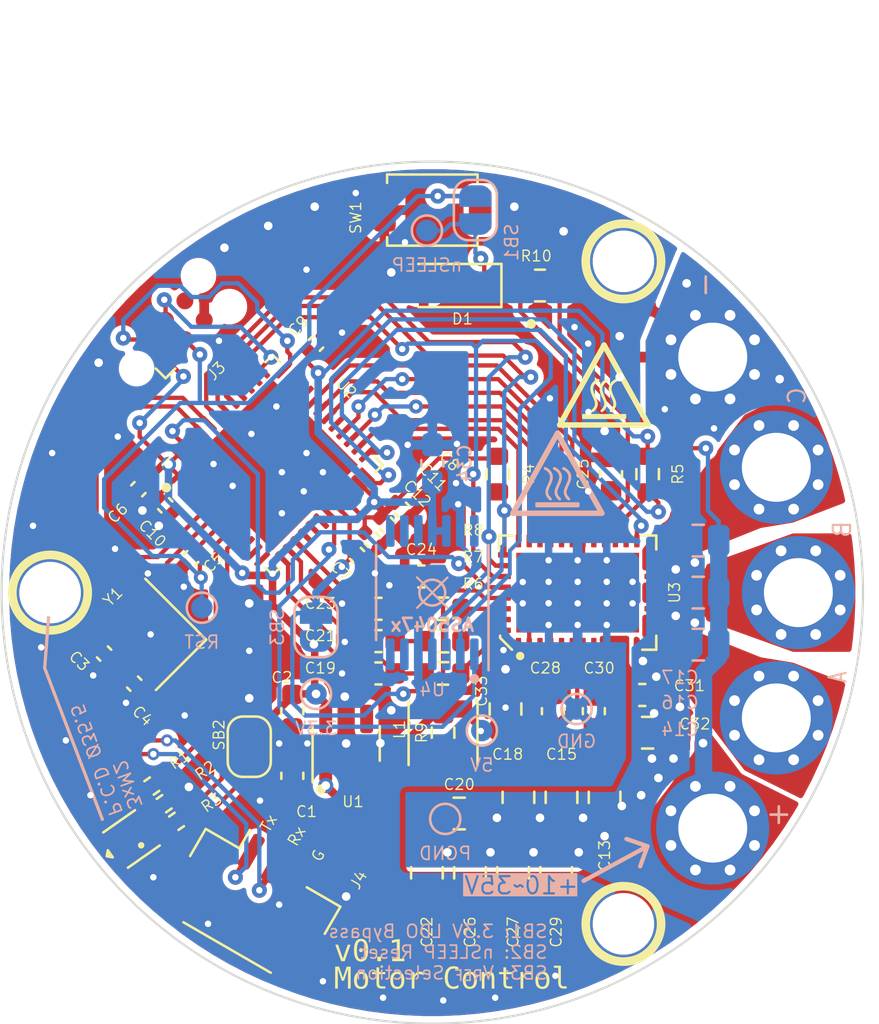
<source format=kicad_pcb>
(kicad_pcb (version 20241229) (generator "pcbnew") (generator_version "9.0")
  (title_block (title "Motor Control") (date "2025-11-29") (rev "0.1") (comment 1 "BLDC motor controller/driver") (comment 2 "Open source hardware, CERN-OHL-P v2") (comment 3 "Modified version of https://github.com/ziteh/moco"))
  (layers (0 "F.Cu" signal) (2 "B.Cu" signal) (13 "F.Paste" user) (15 "B.Paste" user) (5 "F.SilkS" user "F.Silkscreen") (7 "B.SilkS" user "B.Silkscreen") (1 "F.Mask" user) (3 "B.Mask" user) (25 "Edge.Cuts" user))
  (net 0 "")
  (net 1 "Vdrive")
  (net 2 "GND")
  (net 3 "/Driver/AVDD")
  (net 4 "GNDPWR")
  (net 5 "/Driver/V_{REF}")
  (net 6 "+5V")
  (net 7 "+3.3V")
  (net 8 "/Driver/SOA")
  (net 9 "/Driver/SOB")
  (net 10 "/Driver/SOC")
  (net 11 "/~{RESET}")
  (net 12 "/MCU/OSC_IN")
  (net 13 "/MCU/OSC_OUT")
  (net 14 "/Driver/OUTA")
  (net 15 "/Driver/OUTB")
  (net 16 "/Driver/OUTC")
  (net 17 "/UART2_TX")
  (net 18 "/UART2_RX")
  (net 19 "/UART1_TX")
  (net 20 "/SWCLK")
  (net 21 "/UART1_RX")
  (net 22 "/SWDIO")
  (net 23 "Net-(LD1-BK)")
  (net 24 "Net-(LD1-GK)")
  (net 25 "Net-(LD1-RK)")
  (net 26 "/USER_LED1")
  (net 27 "/Driver/~{FAULT}")
  (net 28 "/ Rotary Sensor/MISO")
  (net 29 "/Driver/~{SLEEP}")
  (net 30 "/USER_LED2")
  (net 32 "/Driver/DRVOFF")
  (net 33 "/Driver/INHA")
  (net 34 "/Driver/INLA")
  (net 35 "/Driver/INHB")
  (net 36 "/Driver/INLB")
  (net 37 "/Driver/INHC")
  (net 38 "/Driver/INLC")
  (net 39 "/ Rotary Sensor/MOSI")
  (net 40 "/ Rotary Sensor/SCLK")
  (net 41 "/Driver/~{CS}")
  (net 42 "/ Rotary Sensor/~{CS}")
  (net 43 "/BOOT0")
  (net 44 "/ Rotary Sensor/B")
  (net 45 "/ Rotary Sensor/A")
  (net 46 "/ Rotary Sensor/W{slash}PWM")
  (net 47 "/ Rotary Sensor/V")
  (net 48 "/ Rotary Sensor/U")
  (net 49 "/ Rotary Sensor/I{slash}PWM")
  (net 50 "Net-(U3-CPH)")
  (net 51 "Net-(U3-CP)")
  (net 63 "Net-(U3-CPL)")
  (net 64 "Net-(U3-SW_BK)")
  (net 65 "Net-(U3-SOA)")
  (net 66 "Net-(U3-SOB)")
  (net 67 "Net-(U3-SOC)")
  (net 71 "/MCU/USB_DP")
  (net 72 "/MCU/USB_DM")
  (footprint "Capacitor_SMD:C_0603_1608Metric" (layer "F.Cu") (at 143.5 108.5 90)
    (property "Reference" "C1")
    (property "Value" "1uF")
  )
  (footprint "Connector:Tag-Connect_TC2030-IDC-NL_2x03_P1.27mm_Vertical" (layer "F.Cu") (at 138.062 87.808 45)
    (property "Reference" "J3")
    (property "Value" "Conn_ARM_SWD_TagConnect_TC2030-NL" (hide yes))
  )
  (footprint "Capacitor_SMD:C_0603_1608Metric" (layer "F.Cu") (at 147.5 103.75 180)
    (property "Reference" "C19")
    (property "Value" "22pF")
  )
  (footprint "Resistor_SMD:R_0603_1608Metric" (layer "F.Cu") (at 150.5 102.25)
    (property "Reference" "R7")
    (property "Value" "330R")
  )
  (footprint "Capacitor_SMD:C_0603_1608Metric" (layer "F.Cu") (at 157.5 105.5 90)
    (property "Reference" "C30")
    (property "Value" "1uF/16V")
  )
  (footprint "Capacitor_SMD:C_0402_1005Metric" (layer "F.Cu") (at 148.6 96.15 -45)
    (property "Reference" "C8")
    (property "Value" "100nF")
  )
  (footprint "Capacitor_SMD:C_0805_2012Metric" (layer "F.Cu") (at 160 106.5 180)
    (property "Reference" "C32")
    (property "Value" "10uF/50V")
  )
  (footprint "moco:wire_3.2mm" (layer "F.Cu") (at 165.9748 94.1857)
    (property "Reference" "J8" (hide yes))
    (property "Value" "C")
  )
  (footprint "Capacitor_SMD:C_0402_1005Metric" (layer "F.Cu") (at 144.6 88.45 45)
    (property "Reference" "C9")
    (property "Value" "100nF")
  )
  (footprint "Capacitor_SMD:C_0603_1608Metric" (layer "F.Cu") (at 143.5 105.5 -90)
    (property "Reference" "C2")
    (property "Value" "1uF")
  )
  (footprint "moco:wire_3.2mm" (layer "F.Cu") (at 165.9748 105.8143)
    (property "Reference" "J6" (hide yes))
    (property "Value" "A")
  )
  (footprint "Resistor_SMD:R_0402_1005Metric" (layer "F.Cu") (at 138.1215 110.6128 35)
    (property "Reference" "R3")
    (property "Value" "1k")
  )
  (footprint "Resistor_SMD:R_0603_1608Metric" (layer "F.Cu") (at 153.048 94.5 -90)
    (property "Reference" "R4")
    (property "Value" "5.1k")
  )
  (footprint "Button_Switch_SMD:SW_SPST_TS-1088-xR020" (layer "F.Cu") (at 150 82.25)
    (property "Reference" "SW1")
    (property "Value" "RESET")
  )
  (footprint "Capacitor_SMD:C_0805_2012Metric" (layer "F.Cu") (at 149.75 113 90)
    (property "Reference" "C22")
    (property "Value" "10uF/50V")
  )
  (footprint "Resistor_SMD:R_0603_1608Metric" (layer "F.Cu") (at 160 94.5 -90)
    (property "Reference" "R5")
    (property "Value" "5.1k")
  )
  (footprint "Connector_JST:JST_GH_SM03B-GHS-TB_1x03-1MP_P1.25mm_Horizontal" (layer "F.Cu") (at 141.75 114.25 -30)
    (property "Reference" "J4")
    (property "Value" "Serial" (hide yes))
  )
  (footprint "Capacitor_SMD:C_0805_2012Metric" (layer "F.Cu") (at 153.75 113 90)
    (property "Reference" "C27")
    (property "Value" "10uF/50V")
  )
  (footprint "Capacitor_SMD:C_0402_1005Metric" (layer "F.Cu") (at 138.8 98.4 -135)
    (property "Reference" "C5")
    (property "Value" "100nF")
  )
  (footprint "NetTie:NetTie-2_SMD_Pad0.5mm" (layer "F.Cu") (at 160.033 89.0726 180)
    (property "Reference" "NT2" (hide yes))
    (property "Value" "NetTie_2" (hide yes))
  )
  (footprint "Capacitor_SMD:C_0402_1005Metric" (layer "F.Cu") (at 147.9 96.85 -45)
    (property "Reference" "C11")
    (property "Value" "10nF")
  )
  (footprint "Capacitor_SMD:C_0805_2012Metric" (layer "F.Cu") (at 154 109.5 -90)
    (property "Reference" "C18")
    (property "Value" "10uF/50V")
  )
  (footprint "Capacitor_SMD:C_0805_2012Metric" (layer "F.Cu") (at 156 109.5 -90)
    (property "Reference" "C15")
    (property "Value" "10uF/50V")
  )
  (footprint "Resistor_SMD:R_0402_1005Metric" (layer "F.Cu") (at 137.5479 109.7937 35)
    (property "Reference" "R2")
    (property "Value" "1k")
  )
  (footprint "Capacitor_SMD:C_0402_1005Metric" (layer "F.Cu") (at 136.157 104.224959 -45)
    (property "Reference" "C4")
    (property "Value" "12pF")
  )
  (footprint "Capacitor_SMD:C_0603_1608Metric" (layer "F.Cu") (at 147.5 102.25 180)
    (property "Reference" "C21")
    (property "Value" "22pF")
  )
  (footprint "Capacitor_SMD:C_0603_1608Metric" (layer "F.Cu") (at 158.3 94.5 -90)
    (property "Reference" "C25")
    (property "Value" "1uF/6.3V")
  )
  (footprint "Capacitor_SMD:C_0603_1608Metric" (layer "F.Cu") (at 149.492 99.25 180)
    (property "Reference" "C24")
    (property "Value" "100nF/6.3V")
  )
  (footprint "Capacitor_SMD:C_0402_1005Metric" (layer "F.Cu") (at 146.5 98.25 -45)
    (property "Reference" "C7")
    (property "Value" "100nF")
  )
  (footprint "Package_TO_SOT_SMD:SOT-23-5" (layer "F.Cu") (at 146 107 90)
    (property "Reference" "U1")
    (property "Value" "RT9013-33GB")
  )
  (footprint "Jumper:SolderJumper-2_P1.3mm_Open_RoundedPad1.0x1.5mm" (layer "F.Cu") (at 141.5 107.15 90)
    (property "Reference" "SB2")
    (property "Value" "SolderJumper_2_Open")
  )
  (footprint "Capacitor_SMD:C_0805_2012Metric" (layer "F.Cu") (at 155.75 113 90)
    (property "Reference" "C29")
    (property "Value" "10uF/50V")
  )
  (footprint "Capacitor_SMD:C_0805_2012Metric" (layer "F.Cu") (at 151.75 113 90)
    (property "Reference" "C26")
    (property "Value" "10uF/50V")
  )
  (footprint "Package_DFN_QFN:QFN-48-1EP_7x7mm_P0.5mm_EP5.6x5.6mm" (layer "F.Cu") (at 142.5861 94.0748 45)
    (property "Reference" "U2")
    (property "Value" "STM32G431CBUx")
  )
  (footprint "moco:RGB LED 1.6x1.6mm" (layer "F.Cu") (at 136.03 111.43 -145)
    (property "Reference" "LD1" (hide yes))
    (property "Value" "LED_BAGR" (hide yes))
  )
  (footprint "Capacitor_SMD:C_0402_1005Metric" (layer "F.Cu") (at 147.2 97.55 -45)
    (property "Reference" "C12")
    (property "Value" "1uF")
  )
  (footprint "MountingHole:MountingHole_2.2mm_M2_ISO14580" (layer "F.Cu") (at 158.875 84.628 120)
    (property "Reference" "H2" (hide yes))
    (property "Value" "MountingHole" (hide yes))
  )
  (footprint "MountingHole:MountingHole_2.2mm_M2_ISO14580" (layer "F.Cu") (at 158.875 115.372 -120)
    (property "Reference" "H3" (hide yes))
    (property "Value" "MountingHole" (hide yes))
  )
  (footprint "Inductor_SMD:L_Taiyo-Yuden_MD-3030" (layer "F.Cu") (at 150.5 106.5 90)
    (property "Reference" "L1")
    (property "Value" "47uH")
  )
  (footprint "Capacitor_SMD:C_0402_1005Metric" (layer "F.Cu") (at 134.76 102.827959 135)
    (property "Reference" "C3")
    (property "Value" "12pF")
  )
  (footprint "Resistor_SMD:R_0402_1005Metric" (layer "F.Cu") (at 136.9743 108.9745 35)
    (property "Reference" "R1")
    (property "Value" "1k")
  )
  (footprint "moco:VQFN-40_RGF_5x7mm_0.5mm_pitch_thermalpad" (layer "F.Cu") (at 156.75 100 90)
    (property "Reference" "U3")
    (property "Value" "DRV8316CR")
  )
  (footprint "NetTie:NetTie-2_SMD_Pad0.5mm" (layer "F.Cu") (at 160.668 87.173 150)
    (property "Reference" "NT1" (hide yes))
    (property "Value" "NetTie_2" (hide yes))
  )
  (footprint "Capacitor_SMD:C_0603_1608Metric" (layer "F.Cu") (at 155.6 105.5 -90)
    (property "Reference" "C28")
    (property "Value" "47nF/50V")
  )
  (footprint "Capacitor_SMD:C_0603_1608Metric" (layer "F.Cu") (at 147.5 100.75 180)
    (property "Reference" "C23")
    (property "Value" "22pF")
  )
  (footprint "Crystal:Crystal_SMD_3225-4Pin_3.2x2.5mm" (layer "F.Cu") (at 136.919 101.938959 135)
    (property "Reference" "Y1")
    (property "Value" "16MHz")
  )
  (footprint "Capacitor_SMD:C_0805_2012Metric" (layer "F.Cu") (at 151.25 110.25)
    (property "Reference" "C20")
    (property "Value" "10uF/50V")
  )
  (footprint "Diode_SMD:D_SOD-123F" (layer "F.Cu") (at 151 85.75 180)
    (property "Reference" "D1")
    (property "Value" "BZT52Bxx")
  )
  (footprint "Capacitor_SMD:C_0805_2012Metric" (layer "F.Cu") (at 153.4 105.4 -90)
    (property "Reference" "C33")
    (property "Value" "22uF/16V")
  )
  (footprint "moco:wire_3.2mm" (layer "F.Cu") (at 167 100)
    (property "Reference" "J7" (hide yes))
    (property "Value" "B")
  )
  (footprint "MountingHole:MountingHole_2.2mm_M2_ISO14580" (layer "F.Cu") (at 132.25 100)
    (property "Reference" "H1" (hide yes))
    (property "Value" "MountingHole" (hide yes))
  )
  (footprint "Resistor_SMD:R_0603_1608Metric" (layer "F.Cu") (at 150.5 103.75)
    (property "Reference" "R6")
    (property "Value" "330R")
  )
  (footprint "Resistor_SMD:R_0805_2012Metric" (layer "F.Cu") (at 155 85.75 180)
    (property "Reference" "R10")
    (property "Value" "22k")
  )
  (footprint "Capacitor_SMD:C_0805_2012Metric" (layer "F.Cu") (at 158 109.5 -90)
    (property "Reference" "C13")
    (property "Value" "10uF/50V")
  )
  (footprint "moco:wire_3.2mm" (layer "F.Cu") (at 163.0228 110.9274)
    (property "Reference" "J1" (hide yes))
    (property "Value" "V+")
  )
  (footprint "Capacitor_SMD:C_0402_1005Metric" (layer "F.Cu") (at 136.35 95.2 -135)
    (property "Reference" "C6")
    (property "Value" "100nF")
  )
  (footprint "Resistor_SMD:R_0603_1608Metric" (layer "F.Cu") (at 150.5 100.75)
    (property "Reference" "R8")
    (property "Value" "330R")
  )
  (footprint "Capacitor_SMD:C_0603_1608Metric" (layer "F.Cu") (at 159.75 104.75 180)
    (property "Reference" "C31")
    (property "Value" "100nF/50V")
  )
  (footprint "Capacitor_SMD:C_0402_1005Metric" (layer "F.Cu") (at 137.6 95.95 -45)
    (property "Reference" "C10")
    (property "Value" "100nF")
  )
  (footprint "moco:wire_3.2mm" (layer "F.Cu") (at 163.0228 89.0726)
    (property "Reference" "J2" (hide yes))
    (property "Value" "V-")
  )
  (footprint "Resistor_SMD:R_0603_1608Metric" (layer "F.Cu") (at 150.5 106.5 90)
    (property "Reference" "R9")
    (property "Value" "22R")
  )
  (footprint "TestPoint:TestPoint_Pad_D1.0mm" (layer "B.Cu") (at 152.3 106.4 180)
    (property "Reference" "TP5" (hide yes))
    (property "Value" "V_{BK}")
  )
  (footprint "TestPoint:TestPoint_Pad_D1.0mm" (layer "B.Cu") (at 150.6 110.5 180)
    (property "Reference" "TP4" (hide yes))
    (property "Value" "PGND")
  )
  (footprint "TestPoint:TestPoint_Pad_D1.0mm" (layer "B.Cu") (at 139.3 100.7 180)
    (property "Reference" "TP2" (hide yes))
    (property "Value" "~{RESET}")
  )
  (footprint "Capacitor_SMD:C_0805_2012Metric" (layer "B.Cu") (at 162.35 100 180)
    (property "Reference" "C16")
    (property "Value" "10uF/50V")
  )
  (footprint "Jumper:SolderJumper-2_P1.3mm_Open_RoundedPad1.0x1.5mm" (layer "B.Cu") (at 152 82.25 90)
    (property "Reference" "SB1")
    (property "Value" "SolderJumper_2_Open")
  )
  (footprint "Capacitor_SMD:C_0805_2012Metric" (layer "B.Cu") (at 162.35 102.413 180)
    (property "Reference" "C14")
    (property "Value" "10uF/50V")
  )
  (footprint "Package_SO:TSSOP-14_4.4x5mm_P0.65mm" (layer "B.Cu") (at 150 100 90)
    (property "Reference" "U4")
    (property "Value" "AS5047x")
  )
  (footprint "TestPoint:TestPoint_Pad_D1.0mm" (layer "B.Cu") (at 149.75 83.2 180)
    (property "Reference" "TP6" (hide yes))
    (property "Value" "nSLEEP")
  )
  (footprint "TestPoint:TestPoint_Pad_D1.0mm" (layer "B.Cu") (at 156.7 105.4 180)
    (property "Reference" "TP1" (hide yes))
    (property "Value" "GND")
  )
  (footprint "Capacitor_SMD:C_0603_1608Metric_Pad1.08x0.95mm_HandSolder" (layer "B.Cu") (at 150 94 -90)
    (property "Reference" "C34")
    (property "Value" "100nF")
  )
  (footprint "Capacitor_SMD:C_0805_2012Metric" (layer "B.Cu") (at 162.35 97.587 180)
    (property "Reference" "C17")
    (property "Value" "10uF/50V")
  )
  (footprint "Jumper:SolderJumper-2_P1.3mm_Bridged_RoundedPad1.0x1.5mm" (layer "B.Cu") (at 144.6 101.6 -90)
    (property "Reference" "SB3")
    (property "Value" "SolderJumper_2_Bridged")
  )
  (footprint "TestPoint:TestPoint_Pad_D1.0mm" (layer "B.Cu") (at 144.6 104.7 180)
    (property "Reference" "TP3" (hide yes))
    (property "Value" "V_{CC}")
  )
  (gr_line (start 157.830367 90.555386) (end 157.832547 90.586588) (stroke (width 0.125)) (layer "F.SilkS"))
  (gr_line (start 157.830449 90.525436) (end 157.830367 90.555386) (stroke (width 0.125)) (layer "F.SilkS"))
  (gr_line (start 157.96748 90.243885) (end 157.951967 90.258792) (stroke (width 0.125)) (layer "F.SilkS"))
  (gr_line (start 158.308821 90.349725) (end 158.297205 90.371287) (stroke (width 0.125)) (layer "F.SilkS"))
  (gr_line (start 157.570039 91.417799) (end 157.551897 91.446385) (stroke (width 0.125)) (layer "F.SilkS"))
  (gr_line (start 158.461316 91.334552) (end 158.451951 91.361933) (stroke (width 0.125)) (layer "F.SilkS"))
  (gr_line (start 157.494529 90.291845) (end 157.480274 90.310018) (stroke (width 0.125)) (layer "F.SilkS"))
  (gr_line (start 158.040712 91.307473) (end 158.033953 91.334552) (stroke (width 0.125)) (layer "F.SilkS"))
  (gr_line (start 158.041 91.17485) (end 158.044877 91.201172) (stroke (width 0.125)) (layer "F.SilkS"))
  (gr_line (start 158.31379 90.783723) (end 158.339026 90.844786) (stroke (width 0.125)) (layer "F.SilkS"))
  (gr_line (start 158.385234 91.475473) (end 158.360441 91.505112) (stroke (width 0.125)) (layer "F.SilkS"))
  (gr_line (start 157.863549 90.719863) (end 157.886427 90.783723) (stroke (width 0.125)) (layer "F.SilkS"))
  (gr_line (start 157.583253 91.069077) (end 157.601101 91.122161) (stroke (width 0.125)) (layer "F.SilkS"))
  (gr_line (start 157.869843 90.371287) (end 157.859414 90.394006) (stroke (width 0.125)) (layer "F.SilkS"))
  (gr_circle (center 144.832925 109.122467) (end 144.982925 109.122467) (stroke (width 0.15)) (fill yes) (layer "F.SilkS"))
  (gr_line (start 160.04279 92.220577) (end 155.915423 92.220577) (stroke (width 0.254367)) (layer "F.SilkS"))
  (gr_line (start 158.554988 90.139933) (end 158.539095 90.146923) (stroke (width 0.125)) (layer "F.SilkS"))
  (gr_line (start 157.405184 90.586588) (end 157.409779 90.619057) (stroke (width 0.125)) (layer "F.SilkS"))
  (gr_line (start 157.409423 90.469242) (end 157.405277 90.496726) (stroke (width 0.125)) (layer "F.SilkS"))
  (gr_line (start 157.643245 90.168478) (end 157.616291 90.184991) (stroke (width 0.125)) (layer "F.SilkS"))
  (gr_line (start 157.585096 91.389665) (end 157.570039 91.417799) (stroke (width 0.125)) (layer "F.SilkS"))
  (gr_line (start 157.459065 90.783723) (end 157.484301 90.844786) (stroke (width 0.125)) (layer "F.SilkS"))
  (gr_line (start 157.409779 90.619057) (end 157.416943 90.652807) (stroke (width 0.125)) (layer "F.SilkS"))
  (gr_line (start 157.56137 91.015198) (end 157.583253 91.069077) (stroke (width 0.125)) (layer "F.SilkS"))
  (gr_line (start 158.424764 91.417799) (end 158.406622 91.446385) (stroke (width 0.125)) (layer "F.SilkS"))
  (gr_line (start 158.365341 90.903453) (end 158.416095 91.015198) (stroke (width 0.125)) (layer "F.SilkS"))
  (gr_line (start 158.070607 90.168478) (end 158.043653 90.184991) (stroke (width 0.125)) (layer "F.SilkS"))
  (gr_line (start 157.853393 90.68676) (end 157.863549 90.719863) (stroke (width 0.125)) (layer "F.SilkS"))
  (gr_line (start 158.394842 90.243885) (end 158.379329 90.258792) (stroke (width 0.125)) (layer "F.SilkS"))
  (gr_line (start 157.586714 90.205475) (end 157.555742 90.230039) (stroke (width 0.125)) (layer "F.SilkS"))
  (gr_line (start 158.257729 90.555386) (end 158.259909 90.586588) (stroke (width 0.125)) (layer "F.SilkS"))
  (gr_line (start 158.111733 90.146923) (end 158.09371 90.155825) (stroke (width 0.125)) (layer "F.SilkS"))
  (gr_poly (pts (xy 158.959348 91.9) (xy 156.998864 91.9) (xy 156.998864 91.755847) (xy 158.959348 91.755847)) (stroke (width 0.09248)) (fill yes) (layer "F.SilkS"))
  (gr_circle (center 158.875 84.628) (end 160.625 84.628) (stroke (width 0.4)) (fill no) (layer "F.SilkS"))
  (gr_line (start 157.422963 90.417895) (end 157.415369 90.44297) (stroke (width 0.125)) (layer "F.SilkS"))
  (gr_line (start 158.339026 90.844786) (end 158.365341 90.903453) (stroke (width 0.125)) (layer "F.SilkS"))
  (gr_line (start 158.43982 91.389665) (end 158.424764 91.417799) (stroke (width 0.125)) (layer "F.SilkS"))
  (gr_line (start 158.474308 91.227545) (end 158.47441 91.25402) (stroke (width 0.125)) (layer "F.SilkS"))
  (gr_line (start 158.364082 90.274774) (end 158.349254 90.291845) (stroke (width 0.125)) (layer "F.SilkS"))
  (gr_line (start 157.937978 90.903453) (end 157.988732 91.015198) (stroke (width 0.125)) (layer "F.SilkS"))
  (gr_line (start 158.455826 91.122161) (end 158.462838 91.14853) (stroke (width 0.125)) (layer "F.SilkS"))
  (gr_line (start 158.32147 90.329306) (end 158.308821 90.349725) (stroke (width 0.125)) (layer "F.SilkS"))
  (gr_line (start 157.44248 90.371287) (end 157.432052 90.394006) (stroke (width 0.125)) (layer "F.SilkS"))
  (gr_line (start 157.979107 88.513673) (end 160.04279 92.220577) (stroke (width 0.254367)) (layer "F.SilkS"))
  (gr_line (start 157.93672 90.274774) (end 157.921892 90.291845) (stroke (width 0.125)) (layer "F.SilkS"))
  (gr_line (start 158.406622 91.446385) (end 158.385234 91.475473) (stroke (width 0.125)) (layer "F.SilkS"))
  (gr_line (start 158.045023 91.280646) (end 158.040712 91.307473) (stroke (width 0.125)) (layer "F.SilkS"))
  (gr_line (start 158.010615 91.069077) (end 158.028464 91.122161) (stroke (width 0.125)) (layer "F.SilkS"))
  (gr_line (start 158.257812 90.525436) (end 158.257729 90.555386) (stroke (width 0.125)) (layer "F.SilkS"))
  (gr_line (start 158.437977 91.069077) (end 158.455826 91.122161) (stroke (width 0.125)) (layer "F.SilkS"))
  (gr_line (start 158.290911 90.719863) (end 158.31379 90.783723) (stroke (width 0.125)) (layer "F.SilkS"))
  (gr_line (start 158.014076 90.205475) (end 157.983104 90.230039) (stroke (width 0.125)) (layer "F.SilkS"))
  (gr_line (start 158.462838 91.14853) (end 158.468363 91.17485) (stroke (width 0.125)) (layer "F.SilkS"))
  (gr_line (start 157.510616 90.903453) (end 157.56137 91.015198) (stroke (width 0.125)) (layer "F.SilkS"))
  (gr_line (start 157.83264 90.496726) (end 157.830449 90.525436) (stroke (width 0.125)) (layer "F.SilkS"))
  (gr_line (start 157.988732 91.015198) (end 158.010615 91.069077) (stroke (width 0.125)) (layer "F.SilkS"))
  (gr_line (start 157.617661 91.280646) (end 157.613349 91.307473) (stroke (width 0.125)) (layer "F.SilkS"))
  (gr_line (start 158.471015 90.184991) (end 158.441438 90.205475) (stroke (width 0.125)) (layer "F.SilkS"))
  (gr_line (start 158.451951 91.361933) (end 158.43982 91.389665) (stroke (width 0.125)) (layer "F.SilkS"))
  (gr_line (start 157.454096 90.349725) (end 157.44248 90.371287) (stroke (width 0.125)) (layer "F.SilkS"))
  (gr_line (start 157.540117 90.243885) (end 157.524604 90.258792) (stroke (width 0.125)) (layer "F.SilkS"))
  (gr_line (start 158.332083 91.535353) (end 158.3 91.566246) (stroke (width 0.125)) (layer "F.SilkS"))
  (gr_line (start 157.836785 90.469242) (end 157.83264 90.496726) (stroke (width 0.125)) (layer "F.SilkS"))
  (gr_line (start 157.509357 90.274774) (end 157.494529 90.291845) (stroke (width 0.125)) (layer "F.SilkS"))
  (gr_line (start 158.127625 90.139933) (end 158.111733 90.146923) (stroke (width 0.125)) (layer "F.SilkS"))
  (gr_line (start 157.613349 91.307473) (end 157.606591 91.334552) (stroke (width 0.125)) (layer "F.SilkS"))
  (gr_circle (center 154.078518 102.941649) (end 154.198518 102.941649) (stroke (width 0.15)) (fill yes) (layer "F.SilkS"))
  (gr_line (start 158.441438 90.205475) (end 158.410467 90.230039) (stroke (width 0.125)) (layer "F.SilkS"))
  (gr_line (start 157.530509 91.475473) (end 157.505716 91.505112) (stroke (width 0.125)) (layer "F.SilkS"))
  (gr_line (start 157.666348 90.155825) (end 157.643245 90.168478) (stroke (width 0.125)) (layer "F.SilkS"))
  (gr_circle (center 132.25 100) (end 134 100) (stroke (width 0.4)) (fill no) (layer "F.SilkS"))
  (gr_line (start 158.468074 91.307473) (end 158.461316 91.334552) (stroke (width 0.125)) (layer "F.SilkS"))
  (gr_line (start 158.012458 91.389665) (end 157.997402 91.417799) (stroke (width 0.125)) (layer "F.SilkS"))
  (gr_line (start 158.521072 90.155825) (end 158.49797 90.168478) (stroke (width 0.125)) (layer "F.SilkS"))
  (gr_line (start 157.613638 91.17485) (end 157.617514 91.201172) (stroke (width 0.125)) (layer "F.SilkS"))
  (gr_line (start 157.480274 90.310018) (end 157.466745 90.329306) (stroke (width 0.125)) (layer "F.SilkS"))
  (gr_line (start 157.997402 91.417799) (end 157.979259 91.446385) (stroke (width 0.125)) (layer "F.SilkS"))
  (gr_line (start 157.466745 90.329306) (end 157.454096 90.349725) (stroke (width 0.125)) (layer "F.SilkS"))
  (gr_line (start 157.617514 91.201172) (end 157.619584 91.227545) (stroke (width 0.125)) (layer "F.SilkS"))
  (gr_line (start 158.49797 90.168478) (end 158.471015 90.184991) (stroke (width 0.125)) (layer "F.SilkS"))
  (gr_line (start 158.277688 90.417895) (end 158.270094 90.44297) (stroke (width 0.125)) (layer "F.SilkS"))
  (gr_line (start 157.894108 90.329306) (end 157.881459 90.349725) (stroke (width 0.125)) (layer "F.SilkS"))
  (gr_line (start 157.403087 90.525436) (end 157.403004 90.555386) (stroke (width 0.125)) (layer "F.SilkS"))
  (gr_line (start 157.551897 91.446385) (end 157.530509 91.475473) (stroke (width 0.125)) (layer "F.SilkS"))
  (gr_line (start 157.405277 90.496726) (end 157.403087 90.525436) (stroke (width 0.125)) (layer "F.SilkS"))
  (gr_line (start 157.403004 90.555386) (end 157.405184 90.586588) (stroke (width 0.125)) (layer "F.SilkS"))
  (gr_line (start 158.270094 90.44297) (end 158.264147 90.469242) (stroke (width 0.125)) (layer "F.SilkS"))
  (gr_line (start 157.608113 91.14853) (end 157.613638 91.17485) (stroke (width 0.125)) (layer "F.SilkS"))
  (gr_line (start 158.035476 91.14853) (end 158.041 91.17485) (stroke (width 0.125)) (layer "F.SilkS"))
  (gr_line (start 158.046946 91.227545) (end 158.047048 91.25402) (stroke (width 0.125)) (layer "F.SilkS"))
  (gr_line (start 157.606591 91.334552) (end 157.597226 91.361933) (stroke (width 0.125)) (layer "F.SilkS"))
  (gr_line (start 157.881459 90.349725) (end 157.869843 90.371287) (stroke (width 0.125)) (layer "F.SilkS"))
  (gr_line (start 158.472239 91.201172) (end 158.474308 91.227545) (stroke (width 0.125)) (layer "F.SilkS"))
  (gr_line (start 157.416943 90.652807) (end 157.42603 90.68676) (stroke (width 0.125)) (layer "F.SilkS"))
  (gr_circle (center 154.589961 87.529458) (end 154.739961 87.529458) (stroke (width 0.15)) (fill yes) (layer "F.SilkS"))
  (gr_line (start 157.921892 90.291845) (end 157.907637 90.310018) (stroke (width 0.125)) (layer "F.SilkS"))
  (gr_line (start 157.859414 90.394006) (end 157.850326 90.417895) (stroke (width 0.125)) (layer "F.SilkS"))
  (gr_line (start 157.842732 90.44297) (end 157.836785 90.469242) (stroke (width 0.125)) (layer "F.SilkS"))
  (gr_line (start 158.028464 91.122161) (end 158.035476 91.14853) (stroke (width 0.125)) (layer "F.SilkS"))
  (gr_line (start 158.334999 90.310018) (end 158.32147 90.329306) (stroke (width 0.125)) (layer "F.SilkS"))
  (gr_line (start 157.42603 90.68676) (end 157.436186 90.719863) (stroke (width 0.125)) (layer "F.SilkS"))
  (gr_line (start 157.436186 90.719863) (end 157.459065 90.783723) (stroke (width 0.125)) (layer "F.SilkS"))
  (gr_line (start 158.360441 91.505112) (end 158.332083 91.535353) (stroke (width 0.125)) (layer "F.SilkS"))
  (gr_line (start 157.911663 90.844786) (end 157.937978 90.903453) (stroke (width 0.125)) (layer "F.SilkS"))
  (gr_line (start 157.904721 91.535353) (end 157.872638 91.566246) (stroke (width 0.125)) (layer "F.SilkS"))
  (gr_line (start 158.09371 90.155825) (end 158.070607 90.168478) (stroke (width 0.125)) (layer "F.SilkS"))
  (gr_line (start 157.484301 90.844786) (end 157.510616 90.903453) (stroke (width 0.125)) (layer "F.SilkS"))
  (gr_line (start 157.619686 91.25402) (end 157.617661 91.280646) (stroke (width 0.125)) (layer "F.SilkS"))
  (gr_line (start 157.415369 90.44297) (end 157.409423 90.469242) (stroke (width 0.125)) (layer "F.SilkS"))
  (gr_line (start 157.832547 90.586588) (end 157.837142 90.619057) (stroke (width 0.125)) (layer "F.SilkS"))
  (gr_line (start 157.700263 90.139933) (end 157.684371 90.146923) (stroke (width 0.125)) (layer "F.SilkS"))
  (gr_line (start 157.477358 91.535353) (end 157.445275 91.566246) (stroke (width 0.125)) (layer "F.SilkS"))
  (gr_line (start 155.915423 92.220577) (end 157.979107 88.513673) (stroke (width 0.254367)) (layer "F.SilkS"))
  (gr_line (start 157.837142 90.619057) (end 157.844305 90.652807) (stroke (width 0.125)) (layer "F.SilkS"))
  (gr_line (start 157.505716 91.505112) (end 157.477358 91.535353) (stroke (width 0.125)) (layer "F.SilkS"))
  (gr_line (start 157.983104 90.230039) (end 157.96748 90.243885) (stroke (width 0.125)) (layer "F.SilkS"))
  (gr_line (start 158.349254 90.291845) (end 158.334999 90.310018) (stroke (width 0.125)) (layer "F.SilkS"))
  (gr_line (start 158.260002 90.496726) (end 158.257812 90.525436) (stroke (width 0.125)) (layer "F.SilkS"))
  (gr_line (start 158.024589 91.361933) (end 158.012458 91.389665) (stroke (width 0.125)) (layer "F.SilkS"))
  (gr_line (start 158.416095 91.015198) (end 158.437977 91.069077) (stroke (width 0.125)) (layer "F.SilkS"))
  (gr_line (start 158.047048 91.25402) (end 158.045023 91.280646) (stroke (width 0.125)) (layer "F.SilkS"))
  (gr_line (start 157.957872 91.475473) (end 157.933079 91.505112) (stroke (width 0.125)) (layer "F.SilkS"))
  (gr_line (start 158.264504 90.619057) (end 158.271668 90.652807) (stroke (width 0.125)) (layer "F.SilkS"))
  (gr_circle (center 137.648311 95.127955) (end 137.798311 95.127955) (stroke (width 0.15)) (fill yes) (layer "F.SilkS"))
  (gr_line (start 158.280755 90.68676) (end 158.290911 90.719863) (stroke (width 0.125)) (layer "F.SilkS"))
  (gr_line (start 157.907637 90.310018) (end 157.894108 90.329306) (stroke (width 0.125)) (layer "F.SilkS"))
  (gr_line (start 157.886427 90.783723) (end 157.911663 90.844786) (stroke (width 0.125)) (layer "F.SilkS"))
  (gr_line (start 157.951967 90.258792) (end 157.93672 90.274774) (stroke (width 0.125)) (layer "F.SilkS"))
  (gr_line (start 158.259909 90.586588) (end 158.264504 90.619057) (stroke (width 0.125)) (layer "F.SilkS"))
  (gr_line (start 157.844305 90.652807) (end 157.853393 90.68676) (stroke (width 0.125)) (layer "F.SilkS"))
  (gr_line (start 158.47441 91.25402) (end 158.472386 91.280646) (stroke (width 0.125)) (layer "F.SilkS"))
  (gr_line (start 158.286776 90.394006) (end 158.277688 90.417895) (stroke (width 0.125)) (layer "F.SilkS"))
  (gr_line (start 158.297205 90.371287) (end 158.286776 90.394006) (stroke (width 0.125)) (layer "F.SilkS"))
  (gr_line (start 157.933079 91.505112) (end 157.904721 91.535353) (stroke (width 0.125)) (layer "F.SilkS"))
  (gr_line (start 158.539095 90.146923) (end 158.521072 90.155825) (stroke (width 0.125)) (layer "F.SilkS"))
  (gr_line (start 157.850326 90.417895) (end 157.842732 90.44297) (stroke (width 0.125)) (layer "F.SilkS"))
  (gr_line (start 157.684371 90.146923) (end 157.666348 90.155825) (stroke (width 0.125)) (layer "F.SilkS"))
  (gr_line (start 158.044877 91.201172) (end 158.046946 91.227545) (stroke (width 0.125)) (layer "F.SilkS"))
  (gr_line (start 158.043653 90.184991) (end 158.014076 90.205475) (stroke (width 0.125)) (layer "F.SilkS"))
  (gr_line (start 158.271668 90.652807) (end 158.280755 90.68676) (stroke (width 0.125)) (layer "F.SilkS"))
  (gr_line (start 158.468363 91.17485) (end 158.472239 91.201172) (stroke (width 0.125)) (layer "F.SilkS"))
  (gr_line (start 157.979259 91.446385) (end 157.957872 91.475473) (stroke (width 0.125)) (layer "F.SilkS"))
  (gr_line (start 158.472386 91.280646) (end 158.468074 91.307473) (stroke (width 0.125)) (layer "F.SilkS"))
  (gr_line (start 157.597226 91.361933) (end 157.585096 91.389665) (stroke (width 0.125)) (layer "F.SilkS"))
  (gr_line (start 157.555742 90.230039) (end 157.540117 90.243885) (stroke (width 0.125)) (layer "F.SilkS"))
  (gr_line (start 158.379329 90.258792) (end 158.364082 90.274774) (stroke (width 0.125)) (layer "F.SilkS"))
  (gr_line (start 158.264147 90.469242) (end 158.260002 90.496726) (stroke (width 0.125)) (layer "F.SilkS"))
  (gr_line (start 157.524604 90.258792) (end 157.509357 90.274774) (stroke (width 0.125)) (layer "F.SilkS"))
  (gr_line (start 158.410467 90.230039) (end 158.394842 90.243885) (stroke (width 0.125)) (layer "F.SilkS"))
  (gr_line (start 157.432052 90.394006) (end 157.422963 90.417895) (stroke (width 0.125)) (layer "F.SilkS"))
  (gr_line (start 157.616291 90.184991) (end 157.586714 90.205475) (stroke (width 0.125)) (layer "F.SilkS"))
  (gr_line (start 157.619584 91.227545) (end 157.619686 91.25402) (stroke (width 0.125)) (layer "F.SilkS"))
  (gr_line (start 157.601101 91.122161) (end 157.608113 91.14853) (stroke (width 0.125)) (layer "F.SilkS"))
  (gr_line (start 158.033953 91.334552) (end 158.024589 91.361933) (stroke (width 0.125)) (layer "F.SilkS"))
  (gr_circle (center 158.875 115.372) (end 160.625 115.372) (stroke (width 0.4)) (fill no) (layer "F.SilkS"))
  (gr_line (start 155.852703 94.371197) (end 155.867531 94.388268) (stroke (width 0.125)) (layer "B.SilkS"))
  (gr_line (start 156.192197 95.458356) (end 156.204327 95.486088) (stroke (width 0.125)) (layer "B.SilkS"))
  (gr_line (start 156.379644 94.71548) (end 156.37248 94.74923) (stroke (width 0.125)) (layer "B.SilkS"))
  (gr_line (start 155.347985 94.301898) (end 155.378956 94.326462) (stroke (width 0.125)) (layer "B.SilkS"))
  (gr_line (start 155.32106 95.271273) (end 155.317184 95.297595) (stroke (width 0.125)) (layer "B.SilkS"))
  (gr_line (start 155.925874 94.816286) (end 155.902996 94.880146) (stroke (width 0.125)) (layer "B.SilkS"))
  (gr_line (start 156.204327 95.486088) (end 156.219384 95.514222) (stroke (width 0.125)) (layer "B.SilkS"))
  (gr_line (start 155.492218 94.46771) (end 155.502647 94.490429) (stroke (width 0.125)) (layer "B.SilkS"))
  (gr_line (start 155.952281 94.71548) (end 155.945118 94.74923) (stroke (width 0.125)) (layer "B.SilkS"))
  (gr_line (start 156.171762 95.377069) (end 156.176074 95.403896) (stroke (width 0.125)) (layer "B.SilkS"))
  (gr_line (start 155.75547 95.430975) (end 155.764834 95.458356) (stroke (width 0.125)) (layer "B.SilkS"))
  (gr_line (start 155.480602 94.446148) (end 155.492218 94.46771) (stroke (width 0.125)) (layer "B.SilkS"))
  (gr_line (start 155.661798 94.236356) (end 155.67769 94.243346) (stroke (width 0.125)) (layer "B.SilkS"))
  (gr_line (start 156.233681 94.326462) (end 156.249306 94.340308) (stroke (width 0.125)) (layer "B.SilkS"))
  (gr_line (start 155.364659 95.514222) (end 155.382801 95.542808) (stroke (width 0.125)) (layer "B.SilkS"))
  (gr_line (start 155.531694 94.651809) (end 155.529514 94.683011) (stroke (width 0.125)) (layer "B.SilkS"))
  (gr_line (start 155.930009 94.490429) (end 155.939097 94.514318) (stroke (width 0.125)) (layer "B.SilkS"))
  (gr_line (start 156.353237 94.816286) (end 156.330358 94.880146) (stroke (width 0.125)) (layer "B.SilkS"))
  (gr_line (start 155.867531 94.388268) (end 155.881786 94.406441) (stroke (width 0.125)) (layer "B.SilkS"))
  (gr_line (start 156.312065 95.631776) (end 156.344148 95.662669) (stroke (width 0.125)) (layer "B.SilkS"))
  (gr_line (start 156.18131 95.244953) (end 156.175785 95.271273) (stroke (width 0.125)) (layer "B.SilkS"))
  (gr_line (start 155.502647 94.490429) (end 155.511735 94.514318) (stroke (width 0.125)) (layer "B.SilkS"))
  (gr_line (start 155.748423 95.271273) (end 155.744546 95.297595) (stroke (width 0.125)) (layer "B.SilkS"))
  (gr_line (start 156.188322 95.218584) (end 156.18131 95.244953) (stroke (width 0.125)) (layer "B.SilkS"))
  (gr_line (start 155.810316 92.610096) (end 153.746633 96.317) (stroke (width 0.254367)) (layer "B.SilkS"))
  (gr_line (start 155.517755 94.74923) (end 155.508668 94.783183) (stroke (width 0.125)) (layer "B.SilkS"))
  (gr_line (start 155.881786 94.406441) (end 155.895315 94.425729) (stroke (width 0.125)) (layer "B.SilkS"))
  (gr_line (start 155.524919 94.71548) (end 155.517755 94.74923) (stroke (width 0.125)) (layer "B.SilkS"))
  (gr_line (start 155.378956 94.326462) (end 155.394581 94.340308) (stroke (width 0.125)) (layer "B.SilkS"))
  (gr_line (start 155.315115 95.323968) (end 155.315013 95.350443) (stroke (width 0.125)) (layer "B.SilkS"))
  (gr_line (start 156.386336 94.621859) (end 156.386419 94.651809) (stroke (width 0.125)) (layer "B.SilkS"))
  (gr_line (start 155.315013 95.350443) (end 155.317037 95.377069) (stroke (width 0.125)) (layer "B.SilkS"))
  (gr_line (start 156.169839 95.323968) (end 156.169737 95.350443) (stroke (width 0.125)) (layer "B.SilkS"))
  (gr_line (start 156.37248 94.74923) (end 156.363393 94.783183) (stroke (width 0.125)) (layer "B.SilkS"))
  (gr_line (start 156.309149 94.406441) (end 156.322678 94.425729) (stroke (width 0.125)) (layer "B.SilkS"))
  (gr_line (start 156.346943 94.46771) (end 156.357371 94.490429) (stroke (width 0.125)) (layer "B.SilkS"))
  (gr_line (start 155.321349 95.403896) (end 155.328107 95.430975) (stroke (width 0.125)) (layer "B.SilkS"))
  (gr_line (start 156.105052 94.243346) (end 156.123075 94.252248) (stroke (width 0.125)) (layer "B.SilkS"))
  (gr_line (start 156.169737 95.350443) (end 156.171762 95.377069) (stroke (width 0.125)) (layer "B.SilkS"))
  (gr_line (start 155.428982 95.601535) (end 155.45734 95.631776) (stroke (width 0.125)) (layer "B.SilkS"))
  (gr_line (start 155.404189 95.571896) (end 155.428982 95.601535) (stroke (width 0.125)) (layer "B.SilkS"))
  (gr_line (start 155.440169 94.388268) (end 155.454424 94.406441) (stroke (width 0.125)) (layer "B.SilkS"))
  (gr_line (start 156.146178 94.264901) (end 156.173132 94.281414) (stroke (width 0.125)) (layer "B.SilkS"))
  (gr_line (start 156.363393 94.783183) (end 156.353237 94.816286) (stroke (width 0.125)) (layer "B.SilkS"))
  (gr_line (start 157.874 96.317) (end 155.810316 92.610096) (stroke (width 0.254367)) (layer "B.SilkS"))
  (gr_line (start 155.268351 94.252248) (end 155.291453 94.264901) (stroke (width 0.125)) (layer "B.SilkS"))
  (gr_line (start 156.175785 95.271273) (end 156.171909 95.297595) (stroke (width 0.125)) (layer "B.SilkS"))
  (gr_line (start 155.498512 94.816286) (end 155.475633 94.880146) (stroke (width 0.125)) (layer "B.SilkS"))
  (gr_line (start 155.760959 95.218584) (end 155.753947 95.244953) (stroke (width 0.125)) (layer "B.SilkS"))
  (gr_line (start 156.202709 94.301898) (end 156.233681 94.326462) (stroke (width 0.125)) (layer "B.SilkS"))
  (gr_line (start 156.176074 95.403896) (end 156.182832 95.430975) (stroke (width 0.125)) (layer "B.SilkS"))
  (gr_line (start 156.249306 94.340308) (end 156.264819 94.355215) (stroke (width 0.125)) (layer "B.SilkS"))
  (gr_line (start 156.219384 95.514222) (end 156.237526 95.542808) (stroke (width 0.125)) (layer "B.SilkS"))
  (gr_line (start 155.450397 94.941209) (end 155.424082 94.999876) (stroke (width 0.125)) (layer "B.SilkS"))
  (gr_line (start 156.335327 94.446148) (end 156.346943 94.46771) (stroke (width 0.125)) (layer "B.SilkS"))
  (gr_line (start 155.956783 94.593149) (end 155.958974 94.621859) (stroke (width 0.125)) (layer "B.SilkS"))
  (gr_line (start 155.382801 95.542808) (end 155.404189 95.571896) (stroke (width 0.125)) (layer "B.SilkS"))
  (gr_line (start 155.529514 94.683011) (end 155.524919 94.71548) (stroke (width 0.125)) (layer "B.SilkS"))
  (gr_line (start 156.384239 94.683011) (end 156.379644 94.71548) (stroke (width 0.125)) (layer "B.SilkS"))
  (gr_line (start 155.884702 95.631776) (end 155.916785 95.662669) (stroke (width 0.125)) (layer "B.SilkS"))
  (gr_line (start 156.228053 95.111621) (end 156.20617 95.1655) (stroke (width 0.125)) (layer "B.SilkS"))
  (gr_line (start 156.36646 94.514318) (end 156.374054 94.539393) (stroke (width 0.125)) (layer "B.SilkS"))
  (gr_line (start 155.394581 94.340308) (end 155.410094 94.355215) (stroke (width 0.125)) (layer "B.SilkS"))
  (gr_line (start 155.744546 95.297595) (end 155.742477 95.323968) (stroke (width 0.125)) (layer "B.SilkS"))
  (gr_line (start 156.322678 94.425729) (end 156.335327 94.446148) (stroke (width 0.125)) (layer "B.SilkS"))
  (gr_circle (center 150 100) (end 150.6 100) (stroke (width 0.12)) (fill no) (layer "B.SilkS"))
  (gr_line (start 155.939097 94.514318) (end 155.946691 94.539393) (stroke (width 0.125)) (layer "B.SilkS"))
  (gr_line (start 156.182832 95.430975) (end 156.192197 95.458356) (stroke (width 0.125)) (layer "B.SilkS"))
  (gr_line (start 155.958974 94.621859) (end 155.959056 94.651809) (stroke (width 0.125)) (layer "B.SilkS"))
  (gr_line (start 156.283707 95.601535) (end 156.312065 95.631776) (stroke (width 0.125)) (layer "B.SilkS"))
  (gr_line (start 155.93603 94.783183) (end 155.925874 94.816286) (stroke (width 0.125)) (layer "B.SilkS"))
  (gr_line (start 155.328107 95.430975) (end 155.337472 95.458356) (stroke (width 0.125)) (layer "B.SilkS"))
  (gr_line (start 156.357371 94.490429) (end 156.36646 94.514318) (stroke (width 0.125)) (layer "B.SilkS"))
  (gr_line (start 155.810164 95.542808) (end 155.831551 95.571896) (stroke (width 0.125)) (layer "B.SilkS"))
  (gr_circle (center 151.951877 104) (end 151.801877 104) (stroke (width 0.15)) (fill yes) (layer "B.SilkS"))
  (gr_line (start 155.806319 94.326462) (end 155.821943 94.340308) (stroke (width 0.125)) (layer "B.SilkS"))
  (gr_line (start 155.742375 95.350443) (end 155.7444 95.377069) (stroke (width 0.125)) (layer "B.SilkS"))
  (gr_line (start 155.337472 95.458356) (end 155.349603 95.486088) (stroke (width 0.125)) (layer "B.SilkS"))
  (gr_line (start 155.831551 95.571896) (end 155.856344 95.601535) (stroke (width 0.125)) (layer "B.SilkS"))
  (gr_line (start 155.234435 94.236356) (end 155.250328 94.243346) (stroke (width 0.125)) (layer "B.SilkS"))
  (gr_line (start 155.778808 95.1655) (end 155.760959 95.218584) (stroke (width 0.125)) (layer "B.SilkS"))
  (gr_line (start 156.384146 94.593149) (end 156.386336 94.621859) (stroke (width 0.125)) (layer "B.SilkS"))
  (gr_line (start 156.173132 94.281414) (end 156.202709 94.301898) (stroke (width 0.125)) (layer "B.SilkS"))
  (gr_line (start 155.764834 95.458356) (end 155.776965 95.486088) (stroke (width 0.125)) (layer "B.SilkS"))
  (gr_line (start 134.677218 110.518591) (end 132 103.5) (stroke (width 0.15)) (layer "B.SilkS"))
  (gr_line (start 155.333597 95.218584) (end 155.326585 95.244953) (stroke (width 0.125)) (layer "B.SilkS"))
  (gr_line (start 155.317184 95.297595) (end 155.315115 95.323968) (stroke (width 0.125)) (layer "B.SilkS"))
  (gr_line (start 156.280066 94.371197) (end 156.294894 94.388268) (stroke (width 0.125)) (layer "B.SilkS"))
  (gr_line (start 155.67769 94.243346) (end 155.695713 94.252248) (stroke (width 0.125)) (layer "B.SilkS"))
  (gr_line (start 159.990305 111.769892) (end 159.652 112.7) (stroke (width 0.2)) (layer "B.SilkS"))
  (gr_line (start 156.08916 94.236356) (end 156.105052 94.243346) (stroke (width 0.125)) (layer "B.SilkS"))
  (gr_poly (pts (xy 154.830075 95.996423) (xy 156.790559 95.996423) (xy 156.790559 95.85227) (xy 154.830075 95.85227)) (stroke (width 0.09248)) (fill yes) (layer "B.SilkS"))
  (gr_line (start 155.776965 95.486088) (end 155.792021 95.514222) (stroke (width 0.125)) (layer "B.SilkS"))
  (gr_line (start 156.171909 95.297595) (end 156.169839 95.323968) (stroke (width 0.125)) (layer "B.SilkS"))
  (gr_line (start 155.45734 95.631776) (end 155.489423 95.662669) (stroke (width 0.125)) (layer "B.SilkS"))
  (gr_line (start 156.264819 94.355215) (end 156.280066 94.371197) (stroke (width 0.125)) (layer "B.SilkS"))
  (gr_line (start 155.956876 94.683011) (end 155.952281 94.71548) (stroke (width 0.125)) (layer "B.SilkS"))
  (gr_line (start 156.294894 94.388268) (end 156.309149 94.406441) (stroke (width 0.125)) (layer "B.SilkS"))
  (gr_line (start 155.945118 94.74923) (end 155.93603 94.783183) (stroke (width 0.125)) (layer "B.SilkS"))
  (gr_line (start 156.237526 95.542808) (end 156.258914 95.571896) (stroke (width 0.125)) (layer "B.SilkS"))
  (gr_line (start 155.695713 94.252248) (end 155.718816 94.264901) (stroke (width 0.125)) (layer "B.SilkS"))
  (gr_line (start 155.511735 94.514318) (end 155.519329 94.539393) (stroke (width 0.125)) (layer "B.SilkS"))
  (gr_line (start 155.326585 95.244953) (end 155.32106 95.271273) (stroke (width 0.125)) (layer "B.SilkS"))
  (gr_line (start 155.959056 94.651809) (end 155.956876 94.683011) (stroke (width 0.125)) (layer "B.SilkS"))
  (gr_line (start 155.946691 94.539393) (end 155.952638 94.565665) (stroke (width 0.125)) (layer "B.SilkS"))
  (gr_line (start 155.250328 94.243346) (end 155.268351 94.252248) (stroke (width 0.125)) (layer "B.SilkS"))
  (gr_line (start 155.531611 94.621859) (end 155.531694 94.651809) (stroke (width 0.125)) (layer "B.SilkS"))
  (gr_line (start 155.410094 94.355215) (end 155.425341 94.371197) (stroke (width 0.125)) (layer "B.SilkS"))
  (gr_line (start 155.454424 94.406441) (end 155.467953 94.425729) (stroke (width 0.125)) (layer "B.SilkS"))
  (gr_line (start 155.753947 95.244953) (end 155.748423 95.271273) (stroke (width 0.125)) (layer "B.SilkS"))
  (gr_line (start 155.425341 94.371197) (end 155.440169 94.388268) (stroke (width 0.125)) (layer "B.SilkS"))
  (gr_line (start 155.525276 94.565665) (end 155.529421 94.593149) (stroke (width 0.125)) (layer "B.SilkS"))
  (gr_line (start 155.718816 94.264901) (end 155.74577 94.281414) (stroke (width 0.125)) (layer "B.SilkS"))
  (gr_line (start 156.20617 95.1655) (end 156.188322 95.218584) (stroke (width 0.125)) (layer "B.SilkS"))
  (gr_line (start 155.902996 94.880146) (end 155.87776 94.941209) (stroke (width 0.125)) (layer "B.SilkS"))
  (gr_line (start 155.91958 94.46771) (end 155.930009 94.490429) (stroke (width 0.125)) (layer "B.SilkS"))
  (gr_line (start 155.821943 94.340308) (end 155.837456 94.355215) (stroke (width 0.125)) (layer "B.SilkS"))
  (gr_line (start 159.990305 111.769892) (end 159.017 111.43) (stroke (width 0.2)) (layer "B.SilkS"))
  (gr_line (start 156.258914 95.571896) (end 156.283707 95.601535) (stroke (width 0.125)) (layer "B.SilkS"))
  (gr_line (start 155.475633 94.880146) (end 155.450397 94.941209) (stroke (width 0.125)) (layer "B.SilkS"))
  (gr_line (start 155.895315 94.425729) (end 155.907964 94.446148) (stroke (width 0.125)) (layer "B.SilkS"))
  (gr_line (start 155.373328 95.111621) (end 155.351446 95.1655) (stroke (width 0.125)) (layer "B.SilkS"))
  (gr_line (start 155.467953 94.425729) (end 155.480602 94.446148) (stroke (width 0.125)) (layer "B.SilkS"))
  (gr_line (start 156.305122 94.941209) (end 156.278807 94.999876) (stroke (width 0.125)) (layer "B.SilkS"))
  (gr_line (start 155.351446 95.1655) (end 155.333597 95.218584) (stroke (width 0.125)) (layer "B.SilkS"))
  (gr_line (start 153.746633 96.317) (end 157.874 96.317) (stroke (width 0.254367)) (layer "B.SilkS"))
  (gr_line (start 155.318408 94.281414) (end 155.347985 94.301898) (stroke (width 0.125)) (layer "B.SilkS"))
  (gr_line (start 157.027694 113.376107) (end 159.990305 111.769892) (stroke (width 0.2)) (layer "B.SilkS"))
  (gr_line (start 149.292893 99.292893) (end 150.707107 100.707107) (stroke (width 0.1)) (layer "B.SilkS"))
  (gr_line (start 155.748711 95.403896) (end 155.75547 95.430975) (stroke (width 0.125)) (layer "B.SilkS"))
  (gr_line (start 155.792021 95.514222) (end 155.810164 95.542808) (stroke (width 0.125)) (layer "B.SilkS"))
  (gr_line (start 155.508668 94.783183) (end 155.498512 94.816286) (stroke (width 0.125)) (layer "B.SilkS"))
  (gr_line (start 155.317037 95.377069) (end 155.321349 95.403896) (stroke (width 0.125)) (layer "B.SilkS"))
  (gr_line (start 155.837456 94.355215) (end 155.852703 94.371197) (stroke (width 0.125)) (layer "B.SilkS"))
  (gr_line (start 132 103.5) (end 132.262235 100.062558) (stroke (width 0.15)) (layer "B.SilkS"))
  (gr_line (start 155.291453 94.264901) (end 155.318408 94.281414) (stroke (width 0.125)) (layer "B.SilkS"))
  (gr_line (start 155.742477 95.323968) (end 155.742375 95.350443) (stroke (width 0.125)) (layer "B.SilkS"))
  (gr_line (start 156.386419 94.651809) (end 156.384239 94.683011) (stroke (width 0.125)) (layer "B.SilkS"))
  (gr_line (start 155.424082 94.999876) (end 155.373328 95.111621) (stroke (width 0.125)) (layer "B.SilkS"))
  (gr_line (start 156.330358 94.880146) (end 156.305122 94.941209) (stroke (width 0.125)) (layer "B.SilkS"))
  (gr_line (start 155.800691 95.111621) (end 155.778808 95.1655) (stroke (width 0.125)) (layer "B.SilkS"))
  (gr_line (start 156.38 94.565665) (end 156.384146 94.593149) (stroke (width 0.125)) (layer "B.SilkS"))
  (gr_line (start 156.278807 94.999876) (end 156.228053 95.111621) (stroke (width 0.125)) (layer "B.SilkS"))
  (gr_line (start 155.856344 95.601535) (end 155.884702 95.631776) (stroke (width 0.125)) (layer "B.SilkS"))
  (gr_line (start 156.123075 94.252248) (end 156.146178 94.264901) (stroke (width 0.125)) (layer "B.SilkS"))
  (gr_line (start 155.87776 94.941209) (end 155.851445 94.999876) (stroke (width 0.125)) (layer "B.SilkS"))
  (gr_line (start 155.74577 94.281414) (end 155.775347 94.301898) (stroke (width 0.125)) (layer "B.SilkS"))
  (gr_line (start 156.374054 94.539393) (end 156.38 94.565665) (stroke (width 0.125)) (layer "B.SilkS"))
  (gr_line (start 155.851445 94.999876) (end 155.800691 95.111621) (stroke (width 0.125)) (layer "B.SilkS"))
  (gr_line (start 155.519329 94.539393) (end 155.525276 94.565665) (stroke (width 0.125)) (layer "B.SilkS"))
  (gr_line (start 155.952638 94.565665) (end 155.956783 94.593149) (stroke (width 0.125)) (layer "B.SilkS"))
  (gr_line (start 155.775347 94.301898) (end 155.806319 94.326462) (stroke (width 0.125)) (layer "B.SilkS"))
  (gr_line (start 155.349603 95.486088) (end 155.364659 95.514222) (stroke (width 0.125)) (layer "B.SilkS"))
  (gr_line (start 155.529421 94.593149) (end 155.531611 94.621859) (stroke (width 0.125)) (layer "B.SilkS"))
  (gr_line (start 155.7444 95.377069) (end 155.748711 95.403896) (stroke (width 0.125)) (layer "B.SilkS"))
  (gr_line (start 155.907964 94.446148) (end 155.91958 94.46771) (stroke (width 0.125)) (layer "B.SilkS"))
  (gr_line (start 149.292893 100.707107) (end 150.707107 99.292893) (stroke (width 0.1)) (layer "B.SilkS"))
  (gr_circle (center 150 100) (end 170 100) (stroke (width 0.1)) (fill no) (layer "Edge.Cuts"))
  (gr_text "v${REVISION}" (at 145.428 117.272 0) (layer "F.SilkS") (effects (font (size 1 1) (thickness 0.25) (italic yes)) (justify left bottom)))
  (gr_text "${TITLE}" (at 145.428 118.542 0) (layer "F.SilkS") (effects (font (size 1 1) (thickness 0.25)) (justify left bottom)))
  (gr_text "SB1: 3.3V LDO Bypass\nSB2: nSLEEP Reset\nSB3: V_{REF} Selection" (at 155.4 118 0) (layer "B.SilkS") (effects (font (size 0.6 0.6) (thickness 0.08)) (justify left bottom mirror)))
  (gr_text "C" (at 167.4 90.4 90) (layer "B.SilkS") (effects (font (size 0.8 0.8) (thickness 0.1)) (justify left bottom mirror)))
  (gr_text "A" (at 169.3 103.6 90) (layer "B.SilkS") (effects (font (size 0.8 0.6) (thickness 0.1) (bold yes)) (justify left bottom mirror)))
  (gr_text "+\n" (at 166.6 109.6 90) (layer "B.SilkS") (effects (font (size 1 1) (thickness 0.125)) (justify left bottom mirror)))
  (gr_text "B" (at 169.5 96.6 90) (layer "B.SilkS") (effects (font (size 0.8 0.8) (thickness 0.1)) (justify left bottom mirror)))
  (gr_text "3xM2\nP.C.D Ø35.5" (at 135 110.5 290) (layer "B.SilkS") (effects (font (size 0.6 0.6) (thickness 0.08)) (justify left bottom mirror)))
  (gr_text "-" (at 163.208 85.014 90) (layer "B.SilkS") (effects (font (size 1 1) (thickness 0.125)) (justify left bottom mirror)))
  (gr_text " +10~35V" (at 154.445 113.589 0) (layer "B.SilkS" knockout) (effects (font (size 0.8 0.8) (thickness 0.1)) (justify mirror)))
  (segment (start 162.7 93.3) (end 161.575 93.3) (width 0.2) (layer "F.Cu") (net 1))
  (segment (start 162.573 106.985) (end 162.573 108.8635) (width 0.8) (layer "F.Cu") (net 1))
  (segment (start 159.692671 92) (end 155.9125 88.219829) (width 0.2) (layer "F.Cu") (net 1))
  (segment (start 161.575 93.3) (end 160.275 92) (width 0.2) (layer "F.Cu") (net 1))
  (segment (start 158.5 102.4) (end 158 102.4) (width 0.2) (layer "F.Cu") (net 1))
  (segment (start 160.275 92) (end 159.692671 92) (width 0.2) (layer "F.Cu") (net 1))
  (segment (start 159 102.4) (end 158.5 102.4) (width 0.2) (layer "F.Cu") (net 1))
  (segment (start 155.9125 88.219829) (end 155.9125 85.75) (width 0.2) (layer "F.Cu") (net 1))
  (via (at 162.7 93.3) (size 0.7) (drill 0.3) (layers "F.Cu" "B.Cu") (net 1))
  (via (at 162.573 106.985) (size 0.7) (drill 0.4) (layers "F.Cu" "B.Cu") (net 1))
  (segment (start 162.6 110.505) (end 163.023 110.927) (width 0.8) (layer "B.Cu") (net 1))
  (segment (start 162.7 93.3) (end 162.8 93.4) (width 0.2) (layer "B.Cu") (net 1))
  (segment (start 163.3 96.7) (end 163.3 97.587) (width 0.2) (layer "B.Cu") (net 1))
  (segment (start 163.3 100) (end 163.3 102.413) (width 0.8) (layer "B.Cu") (net 1))
  (segment (start 162.8 96.2) (end 163.3 96.7) (width 0.2) (layer "B.Cu") (net 1))
  (segment (start 163.0228 110.9274) (end 163.023 110.9272) (width 0.2) (layer "B.Cu") (net 1))
  (segment (start 162.6 103.7) (end 162.6 110.505) (width 0.8) (layer "B.Cu") (net 1))
  (segment (start 163.3 97.587) (end 163.3 100) (width 0.8) (layer "B.Cu") (net 1))
  (segment (start 163.3 103) (end 162.6 103.7) (width 0.8) (layer "B.Cu") (net 1))
  (segment (start 163.3 102.413) (end 163.3 103) (width 0.8) (layer "B.Cu") (net 1))
  (segment (start 163.023 110.9272) (end 163.023 110.927) (width 0.2) (layer "B.Cu") (net 1))
  (segment (start 162.8 93.4) (end 162.8 96.2) (width 0.2) (layer "B.Cu") (net 1))
  (segment (start 154.5 100.8) (end 154.2 100.5) (width 0.15) (layer "F.Cu") (net 2))
  (segment (start 136.919 103.14104) (end 136.919 101.938959) (width 0.3) (layer "F.Cu") (net 2))
  (segment (start 145.809 103.75) (end 146.4 103.75) (width 0.2) (layer "F.Cu") (net 2))
  (segment (start 136.919 100.736878) (end 136.742223 100.560101) (width 0.3) (layer "F.Cu") (net 2))
  (segment (start 158 92.8) (end 158.3 93.1) (width 0.2) (layer "F.Cu") (net 2))
  (segment (start 146.839411 98.606411) (end 146.839411 98.589411) (width 0.2) (layer "F.Cu") (net 2))
  (segment (start 154.5 102.4) (end 154.5 100.8) (width 0.2) (layer "F.Cu") (net 2))
  (segment (start 143.5 107.725) (end 143.5 107) (width 0.2) (layer "F.Cu") (net 2))
  (segment (start 158 92.5) (end 158 92.8) (width 0.2) (layer "F.Cu") (net 2))
  (segment (start 143.6 107) (end 144.2 107) (width 0.2) (layer "F.Cu") (net 2))
  (segment (start 148.417569 99.25) (end 148.825 99.25) (width 0.2) (layer "F.Cu") (net 2))
  (segment (start 146 108.138) (end 146 108.1375) (width 0.2) (layer "F.Cu") (net 2))
  (segment (start 136.919 101.938959) (end 136.919 100.736878) (width 0.3) (layer "F.Cu") (net 2))
  (segment (start 136.742223 100.560101) (end 136.742223 99.160777) (width 0.3) (layer "F.Cu") (net 2))
  (segment (start 136.742223 99.160777) (end 136.792 99.111) (width 0.3) (layer "F.Cu") (net 2))
  (segment (start 143.5 107) (end 143.5 106.275) (width 0.2) (layer "F.Cu") (net 2))
  (segment (start 145.972 102.25) (end 146.725 102.25) (width 0.2) (layer "F.Cu") (net 2))
  (segment (start 146 107) (end 144.2 107) (width 0.2) (layer "F.Cu") (net 2))
  (segment (start 137.3 96.9) (end 137.9106 96.2894) (width 0.2) (layer "F.Cu") (net 2))
  (segment (start 154.5 102.748378) (end 154.5 102.4) (width 0.2) (layer "F.Cu") (net 2))
  (segment (start 153.4 104.45) (end 153.4 103.556) (width 0.2) (layer "F.Cu") (net 2))
  (segment (start 146.839411 98.589411) (end 146.839411 98.588989) (width 0.2) (layer "F.Cu") (net 2))
  (segment (start 153.4 103.556) (end 153.692378 103.556) (width 0.2) (layer "F.Cu") (net 2))
  (segment (start 157 98.25) (end 156.75 98.5) (width 0.2) (layer "F.Cu") (net 2))
  (segment (start 137.095777 103.317817) (end 136.919 103.14104) (width 0.3) (layer "F.Cu") (net 2))
  (segment (start 143.6 107) (end 143.5 107) (width 0.2) (layer "F.Cu") (net 2))
  (segment (start 144.9394 88.1106) (end 144.939 88.1106) (width 0.2) (layer "F.Cu") (net 2))
  (segment (start 143.5 106.275) (end 143.5 107) (width 0.2) (layer "F.Cu") (net 2))
  (segment (start 155.5 101.6) (end 155.4 101.5) (width 0.15) (layer "F.Cu") (net 2))
  (segment (start 158.3 93.1) (end 158.3 93.725) (width 0.2) (layer "F.Cu") (net 2))
  (segment (start 146.725 100.75) (end 146.051 100.75) (width 0.3) (layer "F.Cu") (net 2))
  (segment (start 137.240919 103.462959) (end 137.095777 103.317817) (width 0.3) (layer "F.Cu") (net 2))
  (segment (start 148.006407 99.661162) (end 148.417569 99.25) (width 0.2) (layer "F.Cu") (net 2))
  (segment (start 145.936 102.286) (end 145.972 102.25) (width 0.2) (layer "F.Cu") (net 2))
  (segment (start 146.839411 98.588989) (end 148.939 96.4894) (width 0.2) (layer "F.Cu") (net 2))
  (segment (start 145.809 87.935) (end 145.115 87.935) (width 0.2) (layer "F.Cu") (net 2))
  (segment (start 159.533 89.0726) (end 159.1494 89.0726) (width 0.5) (layer "F.Cu") (net 2))
  (segment (start 138.460589 99.728411) (end 138.460589 98.739411) (width 0.35) (layer "F.Cu") (net 2))
  (segment (start 155.5 102.4) (end 155.5 101.6) (width 0.2) (layer "F.Cu") (net 2))
  (segment (start 157 97.6) (end 157 98.25) (width 0.2) (layer "F.Cu") (net 2))
  (segment (start 146.051 100.75) (end 145.809 100.508) (width 0.3) (layer "F.Cu") (net 2))
  (segment (start 137.9106 96.2894) (end 137.939 96.2894) (width 0.2) (layer "F.Cu") (net 2))
  (segment (start 146 108.1375) (end 146 107) (width 0.2) (layer "F.Cu") (net 2))
  (segment (start 143.5 107) (end 142.888 107) (width 0.2) (layer "F.Cu") (net 2))
  (segment (start 145.115 87.935) (end 144.9394 88.1106) (width 0.2) (layer "F.Cu") (net 2))
  (segment (start 143.5 107) (end 143.6 107) (width 0.2) (layer "F.Cu") (net 2))
  (segment (start 147.333 99.1) (end 146.839411 98.606411) (width 0.2) (layer "F.Cu") (net 2))
  (segment (start 153.692378 103.556) (end 154.5 102.748378) (width 0.2) (layer "F.Cu") (net 2))
  (via (at 138.5 105.7) (size 0.7) (drill 0.3) (layers "F.Cu" "B.Cu") (net 2))
  (via (at 153.4 105.334) (size 0.7) (drill 0.3) (layers "F.Cu" "B.Cu") (net 2))
  (via (at 145.809 100.508) (size 0.7) (drill 0.3) (layers "F.Cu" "B.Cu") (net 2))
  (via (at 141.5 104.9) (size 0.7) (drill 0.4) (layers "F.Cu" "B.Cu") (net 2))
  (via (at 156.604 87.681) (size 0.7) (drill 0.3) (layers "F.Cu" "B.Cu") (net 2))
  (via (at 136.792 99.111) (size 0.7) (drill 0.3) (layers "F.Cu" "B.Cu") (net 2))
  (via (at 156.096 83.236) (size 0.7) (drill 0.4) (layers "F.Cu" "B.Cu") (net 2))
  (via (at 140.348 83.998) (size 0.7) (drill 0.4) (layers "F.Cu" "B.Cu") (net 2))
  (via (at 158.7 88.1) (size 0.7) (drill 0.4) (layers "F.Cu" "B.Cu") (net 2))
  (via (at 135.395 92.761) (size 0.7) (drill 0.3) (layers "F.Cu" "B.Cu") (net 2))
  (via (at 144.539 82.093) (size 0.7) (drill 0.4) (layers "F.Cu" "B.Cu") (net 2))
  (via (at 142.888 107) (size 0.7) (drill 0.3) (layers "F.Cu" "B.Cu") (net 2))
  (via (at 145.936 104.826) (size 0.7) (drill 0.4) (layers "F.Cu" "B.Cu") (net 2))
  (via (at 146.444 81.458) (size 0.7) (drill 0.3) (layers "F.Cu" "B.Cu") (net 2))
  (via (at 155.715 117.78) (size 0.7) (drill 0.3) (layers "F.Cu" "B.Cu") (net 2))
  (via (at 155.461 90.983) (size 0.7) (drill 0.3) (layers "F.Cu" "B.Cu") (net 2))
  (via (at 141.6 92.634) (size 0.7) (drill 0.3) (layers "F.Cu" "B.Cu") (net 2))
  (via (at 145.936 102.286) (size 0.7) (drill 0.3) (layers "F.Cu" "B.Cu") (net 2))
  (via (at 148.73 83.744) (size 0.7) (drill 0.3) (layers "F.Cu" "B.Cu") (net 2))
  (via (at 157.25 91.618) (size 0.7) (drill 0.3) (layers "F.Cu" "B.Cu") (net 2))
  (via (at 144.92 118.034) (size 0.7) (drill 0.3) (layers "F.Cu" "B.Cu") (net 2))
  (via (at 144.031 95.301) (size 0.7) (drill 0.3) (layers "F.Cu" "B.Cu") (net 2))
  (via (at 137.046 113.208) (size 0.7) (drill 0.3) (layers "F.Cu" "B.Cu") (net 2))
  (via (at 136.538 96.19) (size 0.7) (drill 0.4) (layers "F.Cu" "B.Cu") (net 2))
  (via (at 136.919 101.938959) (size 0.7) (drill 0.3) (layers "F.Cu" "B.Cu") (net 2))
  (via (at 138.460589 99.728411) (size 0.7) (drill 0.3) (layers "F.Cu" "B.Cu") (net 2))
  (via (at 146 107) (size 0.7) (drill 0.4) (layers "F.Cu" "B.Cu") (net 2))
  (via (at 147.333 99.1) (size 0.7) (drill 0.3) (layers "F.Cu" "B.Cu") (net 2))
  (via (at 143.015 94.412) (size 0.7) (drill 0.3) (layers "F.Cu" "B.Cu") (net 2))
  (via (at 140.094 88.316) (size 0.7) (drill 0.3) (layers "F.Cu" "B.Cu") (net 2))
  (via (at 139.84 94.031) (size 0.7) (drill 0.3) (layers "F.Cu" "B.Cu") (net 2))
  (via (at 147.587 106.985) (size 0.7) (drill 0.4) (layers "F.Cu" "B.Cu") (net 2))
  (via (at 148.095 105.461) (size 0.7) (drill 0.4) (layers "F.Cu" "B.Cu") (net 2))
  (via (at 135.776 105.113959) (size 0.7) (drill 0.3) (layers "F.Cu" "B.Cu") (net 2))
  (via (at 144.158 85.014) (size 0.7) (drill 0.3) (layers "F.Cu" "B.Cu") (net 2))
  (via (at 151.143 93.1) (size 0.7) (drill 0.3) (layers "F.Cu" "B.Cu") (net 2))
  (via (at 145.809 103.75) (size 0.7) (drill 0.3) (layers "F.Cu" "B.Cu") (net 2))
  (via (at 158.7 90) (size 0.7) (drill 0.4) (layers "F.Cu" "B.Cu") (net 2))
  (via (at 150.508 118.923) (size 0.7) (drill 0.3) (layers "F.Cu" "B.Cu") (net 2))
  (via (at 131.458 96.9) (size 0.7) (drill 0.3) (layers "F.Cu" "B.Cu") (net 2))
  (via (at 141.5 100.5) (size 0.7) (drill 0.4) (layers "F.Cu" "B.Cu") (net 2))
  (via (at 145.809 87.935) (size 0.7) (drill 0.3) (layers "F.Cu" "B.Cu") (net 2))
  (via (at 137.3 96.9) (size 0.7) (drill 0.4) (layers "F.Cu" "B.Cu") (net 2))
  (via (at 138.697 109.017) (size 0.7) (drill 0.4) (layers "F.Cu" "B.Cu") (net 2))
  (via (at 135.268 97.968) (size 0.7) (drill 0.3) (layers "F.Cu" "B.Cu") (net 2))
  (via (at 142.38 82.982) (size 0.7) (drill 0.4) (layers "F.Cu" "B.Cu") (net 2))
  (via (at 142.888 114.478) (size 0.7) (drill 0.3) (layers "F.Cu" "B.Cu") (net 2))
  (via (at 134.252 103.843959) (size 0.7) (drill 0.3) (layers "F.Cu" "B.Cu") (net 2))
  (via (at 143.015 96.317) (size 0.7) (drill 0.3) (layers "F.Cu" "B.Cu") (net 2))
  (via (at 134.125 109.398) (size 0.7) (drill 0.3) (layers "F.Cu" "B.Cu") (net 2))
  (via (at 157.239 95.301) (size 0.7) (drill 0.3) (layers "F.Cu" "B.Cu") (net 2))
  (via (at 144.92 94.412) (size 0.7) (drill 0.3) (layers "F.Cu" "B.Cu") (net 2))
  (via (at 140.729 95.047) (size 0.7) (drill 0.3) (layers "F.Cu" "B.Cu") (net 2))
  (via (at 147.714 118.796) (size 0.7) (drill 0.3) (layers "F.Cu" "B.Cu") (net 2))
  (via (at 157.239 88.443) (size 0.7) (drill 0.3) (layers "F.Cu" "B.Cu") (net 2))
  (via (at 153.302 102.667) (size 0.7) (drill 0.3) (layers "F.Cu" "B.Cu") (net 2))
  (via (at 148.006407 99.661162) (size 0.7) (drill 0.3) (layers "F.Cu" "B.Cu") (net 2))
  (via (at 148.857 93.142) (size 0.7) (drill 0.3) (layers "F.Cu" "B.Cu") (net 2))
  (via (at 153.81 82.093) (size 0.7) (drill 0.4) (layers "F.Cu" "B.Cu") (net 2))
  (via (at 151.1 94.92) (size 0.7) (drill 0.3) (layers "F.Cu" "B.Cu") (net 2))
  (via (at 134.506 89.332) (size 0.7) (drill 0.4) (layers "F.Cu" "B.Cu") (net 2))
  (via (at 132.347 93.523) (size 0.7) (drill 0.3) (layers "F.Cu" "B.Cu") (net 2))
  (via (at 151.2 95.9) (size 0.7) (drill 0.3) (layers "F.Cu" "B.Cu") (net 2))
  (via (at 144.158 93.523) (size 0.7) (drill 0.3) (layers "F.Cu" "B.Cu") (net 2))
  (via (at 141.999 109.652) (size 0.7) (drill 0.3) (layers "F.Cu" "B.Cu") (net 2))
  (via (at 153.4 103.556) (size 0.7) (drill 0.4) (layers "F.Cu" "B.Cu") (net 2))
  (via (at 142.761 91.364) (size 0.7) (drill 0.3) (layers "F.Cu" "B.Cu") (net 2))
  (via (at 132.982 106.858) (size 0.7) (drill 0.3) (layers "F.Cu" "B.Cu") (net 2))
  (via (at 139.586 115.367) (size 0.7) (drill 0.3) (layers "F.Cu" "B.Cu") (net 2))
  (via (at 141.5 102.7) (size 0.7) (drill 0.3) (layers "F.Cu" "B.Cu") (net 2))
  (via (at 144.2 107) (size 0.7) (drill 0.3) (layers "F.Cu" "B.Cu") (net 2))
  (via (at 148.095 85.141) (size 0.7) (drill 0.4) (layers "F.Cu" "B.Cu") (net 2))
  (via (at 158 92.5) (size 0.7) (drill 0.4) (layers "F.Cu" "B.Cu") (net 2))
  (via (at 152.921 118.796) (size 0.7) (drill 0.3) (layers "F.Cu" "B.Cu") (net 2))
  (via (at 131.839 102.54) (size 0.7) (drill 0.3) (layers "F.Cu" "B.Cu") (net 2))
  (via (at 146 114.1) (size 0.7) (drill 0.4) (layers "F.Cu" "B.Cu") (net 2))
  (segment (start 151.3 97.1375) (end 151.3 97.779756) (width 0.2) (layer "B.Cu") (net 2))
  (segment (start 155.4 98.5) (end 155.4 97.2) (width 0.35) (layer "B.Cu") (net 2))
  (segment (start 155.4 101.5) (end 155.4 102.8) (width 0.35) (layer "B.Cu") (net 2))
  (segment (start 158.1 98.5) (end 158.1 97.2) (width 0.35) (layer "B.Cu") (net 2))
  (segment (start 151.3 97.779756) (end 151.810122 98.289878) (width 0.2) (layer "B.Cu") (net 2))
  (segment (start 158.1 101.5) (end 158.1 102.8) (width 0.35) (layer "B.Cu") (net 2))
  (segment (start 158.3 95.275) (end 157.5 96.075) (width 0.2) (layer "F.Cu") (net 3))
  (segment (start 157.5 96.075) (end 157.5 97.6) (width 0.2) (layer "F.Cu") (net 3))
  (segment (start 160.15 100.75) (end 160.5 100.75) (width 0.2) (layer "F.Cu") (net 4))
  (segment (start 160.5 100.75) (end 161.303 101.0785) (width 0.25) (layer "F.Cu") (net 4))
  (segment (start 160.5 99.25) (end 161.303 98.9215) (width 0.25) (layer "F.Cu") (net 4))
  (segment (start 161.303 98.9215) (end 162.192 98.603) (width 0.5) (layer "F.Cu") (net 4))
  (segment (start 152.2 110.25) (end 152.4 110.45) (width 0.2) (layer "F.Cu") (net 4))
  (segment (start 161.303 101.0785) (end 162.192 101.397) (width 0.5) (layer "F.Cu") (net 4))
  (segment (start 160.15 99.25) (end 160.5 99.25) (width 0.2) (layer "F.Cu") (net 4))
  (via (at 152.7 112.05) (size 0.7) (drill 0.4) (layers "F.Cu" "B.Cu") (net 4))
  (via (at 163.081 92.38) (size 0.7) (drill 0.3) (layers "F.Cu" "B.Cu") (net 4))
  (via (at 160.795 91.491) (size 0.7) (drill 0.3) (layers "F.Cu" "B.Cu") (net 4))
  (via (at 156.8 112.05) (size 0.7) (drill 0.4) (layers "F.Cu" "B.Cu") (net 4))
  (via (at 155 110.45) (size 0.7) (drill 0.4) (layers "F.Cu" "B.Cu") (net 4))
  (via (at 166.129 90.094) (size 0.7) (drill 0.4) (layers "F.Cu" "B.Cu") (net 4))
  (via (at 159.7 109.4) (size 0.7) (drill 0.4) (layers "F.Cu" "B.Cu") (net 4))
  (via (at 154.7 112.05) (size 0.7) (drill 0.4) (layers "F.Cu" "B.Cu") (net 4))
  (via (at 161.303 101.0785) (size 0.7) (drill 0.4) (layers "F.Cu" "B.Cu") (net 4))
  (via (at 161.303 98.9215) (size 0.7) (drill 0.4) (layers "F.Cu" "B.Cu") (net 4))
  (via (at 161.811 85.649) (size 0.7) (drill 0.4) (layers "F.Cu" "B.Cu") (net 4))
  (via (at 161.5 105.3) (size 0.7) (drill 0.4) (layers "F.Cu" "B.Cu") (net 4))
  (via (at 160.4 103.9) (size 0.7) (drill 0.4) (layers "F.Cu" "B.Cu") (net 4))
  (via (at 162.192 101.397) (size 0.7) (drill 0.4) (layers "F.Cu" "B.Cu") (net 4))
  (via (at 162.192 98.603) (size 0.7) (drill 0.4) (layers "F.Cu" "B.Cu") (net 4))
  (via (at 150.7 112.05) (size 0.7) (drill 0.4) (layers "F.Cu" "B.Cu") (net 4))
  (via (at 157 110.45) (size 0.7) (drill 0.4) (layers "F.Cu" "B.Cu") (net 4))
  (via (at 160.3 105.6) (size 0.7) (drill 0.4) (layers "F.Cu" "B.Cu") (net 4))
  (via (at 160.2 107.7) (size 0.7) (drill 0.4) (layers "F.Cu" "B.Cu") (net 4))
  (via (at 158.8 109.9) (size 0.7) (drill 0.4) (layers "F.Cu" "B.Cu") (net 4))
  (via (at 160.5 108.6) (size 0.7) (drill 0.4) (layers "F.Cu" "B.Cu") (net 4))
  (via (at 161.2 107.7) (size 0.7) (drill 0.4) (layers "F.Cu" "B.Cu") (net 4))
  (via (at 158 111.3) (size 0.7) (drill 0.4) (layers "F.Cu" "B.Cu") (net 4))
  (via (at 159.779 103.175) (size 0.7) (drill 0.4) (layers "F.Cu" "B.Cu") (net 4))
  (via (at 153 110.45) (size 0.7) (drill 0.4) (layers "F.Cu" "B.Cu") (net 4))
  (segment (start 146.161 96.5886) (end 146.161 97.9106) (width 0.2) (layer "F.Cu") (net 5))
  (segment (start 146.161 98.4394) (end 145.8 98.8) (width 0.2) (layer "F.Cu") (net 5))
  (segment (start 145.5471 95.9751) (end 146.161 96.5886) (width 0.2) (layer "F.Cu") (net 5))
  (segment (start 150.5 100.451) (end 151.038 99.913) (width 0.2) (layer "F.Cu") (net 5))
  (segment (start 151.038 99.913) (end 150.375 99.25) (width 0.2) (layer "F.Cu") (net 5))
  (segment (start 150.5 104.169) (end 150.5 100.451) (width 0.2) (layer "F.Cu") (net 5))
  (segment (start 153.35 100.25) (end 152.408 100.25) (width 0.2) (layer "F.Cu") (net 5))
  (segment (start 148.652 104.699) (end 148.779 104.572) (width 0.2) (layer "F.Cu") (net 5))
  (segment (start 152.408 100.25) (end 152.058 99.9) (width 0.2) (layer "F.Cu") (net 5))
  (segment (start 146.161 97.9106) (end 146.161 98.4394) (width 0.2) (layer "F.Cu") (net 5))
  (segment (start 151.051 99.9) (end 151.038 99.913) (width 0.2) (layer "F.Cu") (net 5))
  (segment (start 150.097 104.572) (end 150.5 104.169) (width 0.2) (layer "F.Cu") (net 5))
  (segment (start 152.058 99.9) (end 151.051 99.9) (width 0.2) (layer "F.Cu") (net 5))
  (segment (start 146.1606 97.9106) (end 146.161 97.9106) (width 0.2) (layer "F.Cu") (net 5))
  (segment (start 148.779 104.572) (end 150.097 104.572) (width 0.2) (layer "F.Cu") (net 5))
  (via (at 148.652 104.699) (size 0.7) (drill 0.3) (layers "F.Cu" "B.Cu") (net 5))
  (via (at 145.8 98.8) (size 0.7) (drill 0.3) (layers "F.Cu" "B.Cu") (net 5))
  (segment (start 146.84 105.7) (end 144.1 105.7) (width 0.2) (layer "B.Cu") (net 5))
  (segment (start 143.716 100.95) (end 144.6 100.95) (width 0.2) (layer "B.Cu") (net 5))
  (segment (start 145.8 98.8) (end 144.6 100) (width 0.35) (layer "B.Cu") (net 5))
  (segment (start 144.6 100) (end 144.6 100.95) (width 0.35) (layer "B.Cu") (net 5))
  (segment (start 144.1 105.7) (end 143.5 105.1) (width 0.2) (layer "B.Cu") (net 5))
  (segment (start 147.841 104.699) (end 146.84 105.7) (width 0.2) (layer "B.Cu") (net 5))
  (segment (start 148.652 104.699) (end 147.841 104.699) (width 0.2) (layer "B.Cu") (net 5))
  (segment (start 143.5 105.1) (end 143.5 101.166) (width 0.2) (layer "B.Cu") (net 5))
  (segment (start 143.5 101.166) (end 143.716 100.95) (width 0.2) (layer "B.Cu") (net 5))
  (segment (start 145.05 108.95) (end 145.05 108.1375) (width 0.3) (layer "F.Cu") (net 6))
  (segment (start 141.5 107.8) (end 141.5 108.4) (width 0.2) (layer "F.Cu") (net 6))
  (segment (start 145.0495 108.138) (end 144.8107 108.138) (width 0.3) (layer "F.Cu") (net 6))
  (segment (start 144.8112 108.1375) (end 145.05 108.1375) (width 0.3) (layer "F.Cu") (net 6))
  (segment (start 142.1125 107.8) (end 143.5 109.1875) (width 0.3) (layer "F.Cu") (net 6))
  (segment (start 153.65 106.35) (end 153.4 106.35) (width 0.2) (layer "F.Cu") (net 6))
  (segment (start 147.5775 108.1375) (end 146.95 108.1375) (width 0.4) (layer "F.Cu") (net 6))
  (segment (start 150.5 105.4) (end 150.315 105.4) (width 0.4) (layer "F.Cu") (net 6))
  (segment (start 141.5 108.4) (end 137.65892 112.24108) (width 0.2) (layer "F.Cu") (net 6))
  (segment (start 154.405 103.695) (end 154.405 105.595) (width 0.3) (layer "F.Cu") (net 6))
  (segment (start 143.5 109.1875) (end 143.5 109.275) (width 0.3) (layer "F.Cu") (net 6))
  (segment (start 152.25 106.4205) (end 152.3205 106.35) (width 0.4) (layer "F.Cu") (net 6))
  (segment (start 144.8107 108.138) (end 144.8112 108.1375) (width 0.3) (layer "F.Cu") (net 6))
  (segment (start 152.3205 106.35) (end 153.4 106.35) (width 0.4) (layer "F.Cu") (net 6))
  (segment (start 141.5 107.8) (end 142.1125 107.8) (width 0.3) (layer "F.Cu") (net 6))
  (segment (start 145.5 109.4) (end 145.05 108.95) (width 0.4) (layer "F.Cu") (net 6))
  (segment (start 155 103.1) (end 154.405 103.695) (width 0.3) (layer "F.Cu") (net 6))
  (segment (start 155 102.4) (end 155 103.1) (width 0.2) (layer "F.Cu") (net 6))
  (segment (start 152.25 106.4205) (end 152.25 106.25) (width 0.4) (layer "F.Cu") (net 6))
  (segment (start 146.95 108.95) (end 146.5 109.4) (width 0.4) (layer "F.Cu") (net 6))
  (segment (start 152.25 106.25) (end 151.4 105.4) (width 0.4) (layer "F.Cu") (net 6))
  (segment (start 154.405 105.595) (end 153.65 106.35) (width 0.3) (layer "F.Cu") (net 6))
  (segment (start 150.315 105.4) (end 147.5775 108.1375) (width 0.4) (layer "F.Cu") (net 6))
  (segment (start 151.4 105.4) (end 150.5 105.4) (width 0.4) (layer "F.Cu") (net 6))
  (segment (start 145.05 108.138) (end 145.0495 108.138) (width 0.3) (layer "F.Cu") (net 6))
  (segment (start 146.95 108.1375) (end 146.95 108.95) (width 0.4) (layer "F.Cu") (net 6))
  (segment (start 144.638 108.138) (end 143.5 109.275) (width 0.3) (layer "F.Cu") (net 6))
  (segment (start 144.8107 108.138) (end 144.638 108.138) (width 0.3) (layer "F.Cu") (net 6))
  (segment (start 145.0495 108.138) (end 145.05 108.1375) (width 0.3) (layer "F.Cu") (net 6))
  (segment (start 146.5 109.4) (end 145.5 109.4) (width 0.4) (layer "F.Cu") (net 6))
  (segment (start 137.65892 112.24108) (end 135.743382 112.24108) (width 0.2) (layer "F.Cu") (net 6))
  (via (at 152.25 106.4205) (size 0.7) (drill 0.3) (layers "F.Cu" "B.Cu") (net 6))
  (via (at 145.05 108.95) (size 0.7) (drill 0.4) (layers "F.Cu" "B.Cu") (net 6))
  (segment (start 147.3 95.8) (end 147.7858 96.2858) (width 0.35) (layer "F.Cu") (net 7))
  (segment (start 138.443 89.967) (end 138.424949 89.967) (width 0.2) (layer "F.Cu") (net 7))
  (segment (start 148.260578 95.8106) (end 147.560589 96.510589) (width 0.35) (layer "F.Cu") (net 7))
  (segment (start 146.861 96.896) (end 146.861 97.2106) (width 0.2) (layer "F.Cu") (net 7))
  (segment (start 137.74977 94.04977) (end 137.749771 94.04977) (width 0.2) (layer "F.Cu") (net 7))
  (segment (start 147.7858 96.2858) (end 148.261 95.8106) (width 0.35) (layer "F.Cu") (net 7))
  (segment (start 137.74977 94.04977) (end 137.74977 94.099829) (width 0.2) (layer "F.Cu") (net 7))
  (segment (start 146.3455 96.0661) (end 145.901 95.6216) (width 0.2) (layer "F.Cu") (net 7))
  (segment (start 143.4258 90.0531) (end 143.426 90.0531) (width 0.2) (layer "F.Cu") (net 7))
  (segment (start 147.5606 96.5106) (end 146.7901 96.5106) (width 0.2) (layer "F.Cu") (net 7))
  (segment (start 144.6 102.4) (end 144.539 102.461) (width 0.35) (layer "F.Cu") (net 7))
  (segment (start 146.861 96.896) (end 146.8606 96.8964) (width 0.2) (layer "F.Cu") (net 7))
  (segment (start 137.260589 95.511224) (end 137.260589 95.610589) (width 0.2) (layer "F.Cu") (net 7))
  (segment (start 137.74977 94.04977) (end 137.50023 94.04977) (width 0.35) (layer "F.Cu") (net 7))
  (segment (start 141.286 99.2) (end 141.1739 99.0879) (width 0.35) (layer "F.Cu") (net 7))
  (segment (start 144.399 102.4) (end 144.6 102.4) (width 0.35) (layer "F.Cu") (net 7))
  (segment (start 144.6 104.7) (end 143.525 104.7) (width 0.35) (layer "F.Cu") (net 7))
  (segment (start 138.424949 89.967) (end 137.612987 89.155038) (width 0.2) (layer "F.Cu") (net 7))
  (segment (start 137.50023 94.04977) (end 136.689411 94.860589) (width 0.35) (layer "F.Cu") (net 7))
  (segment (start 145.901 95.6216) (end 146.7901 96.5106) (width 0.2) (layer "F.Cu") (net 7))
  (segment (start 144.7 89.8) (end 144.2549 89.3549) (width 0.2) (layer "F.Cu") (net 7))
  (segment (start 146.861 96.5815) (end 146.861 96.896) (width 0.2) (layer "F.Cu") (net 7))
  (segment (start 153.048 93.675) (end 152.946 93.777) (width 0.2) (layer "F.Cu") (net 7))
  (segment (start 143.5 104.8) (end 143.5 104.725) (width 0.35) (layer "F.Cu") (net 7))
  (segment (start 144.261 89.2183) (end 144.2549 89.2244) (width 0.2) (layer "F.Cu") (net 7))
  (segment (start 137.69977 94.04977) (end 137.74977 94.04977) (width 0.2) (layer "F.Cu") (net 7))
  (segment (start 148.261 95.8106) (end 148.260578 95.8106) (width 0.2) (layer "F.Cu") (net 7))
  (segment (start 141.8 106.5) (end 143.5 104.8) (width 0.35) (layer "F.Cu") (net 7))
  (segment (start 144.261 88.7894) (end 144.261 89.0038) (width 0.2) (layer "F.Cu") (net 7))
  (segment (start 147.3 95.8) (end 147.3 95.606719) (width 0.2) (layer "F.Cu") (net 7))
  (segment (start 147.056 95.3625) (end 147.0558 95.3625) (width 0.2) (layer "F.Cu") (net 7))
  (segment (start 146.3452 96.0661) (end 145.9007 95.6216) (width 0.2) (layer "F.Cu") (net 7))
  (segment (start 142.580247 99.1205) (end 142.580247 100.581247) (width 0.35) (layer "F.Cu") (net 7))
  (segment (start 147.0558 95.3625) (end 146.6078 94.9145) (width 0.2) (layer "F.Cu") (net 7))
  (segment (start 144.2549 89.3549) (end 144.2549 89.2244) (width 0.2) (layer "F.Cu") (net 7))
  (segment (start 136.411 92.761) (end 137.69977 94.04977) (width 0.2) (layer "F.Cu") (net 7))
  (segment (start 145.05 105.15) (end 144.6 104.7) (width 0.35) (layer "F.Cu") (net 7))
  (segment (start 144.539 104.639) (end 144.6 104.7) (width 0.35) (layer "F.Cu") (net 7))
  (segment (start 160 92.75) (end 160 93.675) (width 0.2) (layer "F.Cu") (net 7))
  (segment (start 145.0495 105.862) (end 145.05 105.8625) (width 0.35) (layer "F.Cu") (net 7))
  (segment (start 152.946 93.777) (end 150.2946 93.777) (width 0.2) (layer "F.Cu") (net 7))
  (segment (start 144.2606 89.0034) (end 144.2606 88.7894) (width 0.2) (layer "F.Cu") (net 7))
  (segment (start 147.056 95.3625) (end 147.3 95.6065) (width 0.2) (layer "F.Cu") (net 7))
  (segment (start 138.210877 94.560936) (end 137.260589 95.511224) (width 0.2) (layer "F.Cu") (net 7))
  (segment (start 142.500747 99.2) (end 141.286 99.2) (width 0.35) (layer "F.Cu") (net 7))
  (segment (start 136.411 92.126) (end 136.411 92.761) (width 0.2) (layer "F.Cu") (net 7))
  (segment (start 146.608 94.9145) (end 147.056 95.3625) (width 0.2) (layer "F.Cu") (net 7))
  (segment (start 146.8606 96.8964) (end 146.8606 97.2106) (width 0.2) (layer "F.Cu") (net 7))
  (segment (start 142.580247 99.1205) (end 142.500747 99.2) (width 0.35) (layer "F.Cu") (net 7))
  (segment (start 146.7901 96.5106) (end 146.79 96.5106) (width 0.2) (layer "F.Cu") (net 7))
  (segment (start 147.3 95.6065) (end 147.3 95.8) (width 0.2) (layer "F.Cu") (net 7))
  (segment (start 150.2946 93.777) (end 148.261 95.8106) (width 0.2) (layer "F.Cu") (net 7))
  (segment (start 145.05 105.862) (end 145.0495 105.862) (width 0.35) (layer "F.Cu") (net 7))
  (segment (start 137.749771 94.04977) (end 138.210877 93.588664) (width 0.2) (layer "F.Cu") (net 7))
  (segment (start 144.2549 89.2244) (end 143.426 90.0531) (width 0.2) (layer "F.Cu") (net 7))
  (segment (start 147.3 95.606719) (end 146.60777 94.914489) (width 0.2) (layer "F.Cu") (net 7))
  (segment (start 142.580247 100.581247) (end 144.399 102.4) (width 0.35) (layer "F.Cu") (net 7))
  (segment (start 137.74977 94.099829) (end 138.210877 94.560936) (width 0.2) (layer "F.Cu") (net 7))
  (segment (start 144.261 89.0038) (end 144.261 89.2183) (width 0.2) (layer "F.Cu") (net 7))
  (segment (start 146.79 96.5106) (end 146.3455 96.0661) (width 0.2) (layer "F.Cu") (net 7))
  (segment (start 146.3455 96.0661) (end 146.3452 96.0661) (width 0.2) (layer "F.Cu") (net 7))
  (segment (start 141.5 106.5) (end 141.8 106.5) (width 0.35) (layer "F.Cu") (net 7))
  (segment (start 146.7901 96.5106) (end 146.861 96.5815) (width 0.2) (layer "F.Cu") (net 7))
  (segment (start 144.261 89.0038) (end 144.2606 89.0034) (width 0.2) (layer "F.Cu") (net 7))
  (segment (start 143.525 104.7) (end 143.5 104.725) (width 0.35) (layer "F.Cu") (net 7))
  (segment (start 145.05 105.8625) (end 145.05 105.15) (width 0.35) (layer "F.Cu") (net 7))
  (segment (start 144.539 102.461) (end 144.539 104.639) (width 0.35) (layer "F.Cu") (net 7))
  (via (at 142.580247 99.1205) (size 0.7) (drill 0.3) (layers "F.Cu" "B.Cu") (net 7))
  (via (at 138.443 89.967) (size 0.7) (drill 0.3) (layers "F.Cu" "B.Cu") (net 7))
  (via (at 147.3 95.8) (size 0.7) (drill 0.3) (layers "F.Cu" "B.Cu") (net 7))
  (via (at 137.74977 94.04977) (size 0.7) (drill 0.4) (layers "F.Cu" "B.Cu") (net 7))
  (via (at 136.411 92.126) (size 0.7) (drill 0.3) (layers "F.Cu" "B.Cu") (net 7))
  (via (at 144.5 102.4) (size 0.7) (drill 0.4) (layers "F.Cu" "B.Cu") (net 7))
  (via (at 141.1739 99.0879) (size 0.7) (drill 0.3) (layers "F.Cu" "B.Cu") (net 7))
  (via (at 160 92.75) (size 0.7) (drill 0.3) (layers "F.Cu" "B.Cu") (net 7))
  (via (at 144.6 104.7) (size 0.7) (drill 0.4) (layers "F.Cu" "B.Cu") (net 7))
  (via (at 144.7 89.8) (size 0.7) (drill 0.3) (layers "F.Cu" "B.Cu") (net 7))
  (segment (start 144.6 96.6) (end 146.5 96.6) (width 0.35) (layer "B.Cu") (net 7))
  (segment (start 136.411 92.126) (end 138.443 90.094) (width 0.2) (layer "B.Cu") (net 7))
  (segment (start 146.5 96.6) (end 147.3 95.8) (width 0.35) (layer "B.Cu") (net 7))
  (segment (start 150 95.8) (end 150 94.8625) (width 0.35) (layer "B.Cu") (net 7))
  (segment (start 144.6 102.25) (end 144.6 102.4) (width 0.2) (layer "B.Cu") (net 7))
  (segment (start 157.9 91.3) (end 157.9 88) (width 0.2) (layer "B.Cu") (net 7))
  (segment (start 144.7 92.5775) (end 144.7 89.8) (width 0.35) (layer "B.Cu") (net 7))
  (segment (start 147.3 95.1775) (end 144.7 92.5775) (width 0.35) (layer "B.Cu") (net 7))
  (segment (start 150 97.1375) (end 150 95.8) (width 0.35) (layer "B.Cu") (net 7))
  (segment (start 160 92.75) (end 159.35 92.75) (width 0.2) (layer "B.Cu") (net 7))
  (segment (start 147.3 95.8) (end 150 95.8) (width 0.35) (layer "B.Cu") (net 7))
  (segment (start 137.74977 94.04977) (end 137.74977 95.66377) (width 0.35) (layer "B.Cu") (net 7))
  (segment (start 147.3 95.8) (end 147.3 95.1775) (width 0.35) (layer "B.Cu") (net 7))
  (segment (start 137.74977 95.66377) (end 141.1739 99.0879) (width 0.35) (layer "B.Cu") (net 7))
  (segment (start 142.580247 99.1205) (end 142.580247 98.619753) (width 0.35) (layer "B.Cu") (net 7))
  (segment (start 138.443 90.094) (end 138.443 89.967) (width 0.2) (layer "B.Cu") (net 7))
  (segment (start 147.841 86.919) (end 144.96 89.8) (width 0.2) (layer "B.Cu") (net 7))
  (segment (start 159.35 92.75) (end 157.9 91.3) (width 0.2) (layer "B.Cu") (net 7))
  (segment (start 144.96 89.8) (end 144.7 89.8) (width 0.2) (layer "B.Cu") (net 7))
  (segment (start 142.580247 98.619753) (end 144.6 96.6) (width 0.35) (layer "B.Cu") (net 7))
  (segment (start 144.45 104.7) (end 144.6 104.7) (width 0.35) (layer "B.Cu") (net 7))
  (segment (start 150.65 97.1375) (end 150 97.1375) (width 0.35) (layer "B.Cu") (net 7))
  (segment (start 157.9 88) (end 156.819 86.919) (width 0.2) (layer "B.Cu") (net 7))
  (segment (start 156.819 86.919) (end 147.841 86.919) (width 0.2) (layer "B.Cu") (net 7))
  (segment (start 143.3 98.678) (end 143.3 100.031) (width 0.2) (layer "F.Cu") (net 8))
  (segment (start 145.634 103) (end 147.525 103) (width 0.2) (layer "F.Cu") (net 8))
  (segment (start 143.0721 98.4501) (end 143.3 98.678) (width 0.2) (layer "F.Cu") (net 8))
  (segment (start 145.174 102.54) (end 145.634 103) (width 0.2) (layer "F.Cu") (net 8))
  (segment (start 147.525 103) (end 148.275 103.75) (width 0.2) (layer "F.Cu") (net 8))
  (segment (start 145.174 101.905) (end 145.174 102.54) (width 0.2) (layer "F.Cu") (net 8))
  (segment (start 148.275 103.75) (end 149.675 103.75) (width 0.2) (layer "F.Cu") (net 8))
  (segment (start 143.3 100.031) (end 145.174 101.905) (width 0.2) (layer "F.Cu") (net 8))
  (segment (start 143.9 98.570681) (end 143.9 99.742) (width 0.2) (layer "F.Cu") (net 9))
  (segment (start 143.425789 98.09647) (end 143.9 98.570681) (width 0.2) (layer "F.Cu") (net 9))
  (segment (start 148.275 102.25) (end 149.675 102.25) (width 0.2) (layer "F.Cu") (net 9))
  (segment (start 143.9 99.742) (end 145.658 101.5) (width 0.2) (layer "F.Cu") (net 9))
  (segment (start 145.658 101.5) (end 147.525 101.5) (width 0.2) (layer "F.Cu") (net 9))
  (segment (start 147.525 101.5) (end 148.275 102.25) (width 0.2) (layer "F.Cu") (net 9))
  (segment (start 147.079 99.746) (end 145.7821 99.746) (width 0.2) (layer "F.Cu") (net 10))
  (segment (start 148.275 100.75) (end 148.083 100.75) (width 0.2) (layer "F.Cu") (net 10))
  (segment (start 148.083 100.75) (end 147.079 99.746) (width 0.2) (layer "F.Cu") (net 10))
  (segment (start 148.275 100.75) (end 149.675 100.75) (width 0.2) (layer "F.Cu") (net 10))
  (segment (start 145.7821 99.746) (end 143.7791 97.743) (width 0.2) (layer "F.Cu") (net 10))
  (segment (start 139.7356 97.2786) (end 139.139 97.875) (width 0.2) (layer "F.Cu") (net 11))
  (segment (start 139.7359 97.2786) (end 140.3322 96.6823) (width 0.2) (layer "F.Cu") (net 11))
  (segment (start 139.7356 97.2786) (end 139.7359 97.2786) (width 0.2) (layer "F.Cu") (net 11))
  (segment (start 150.254 81.6) (end 151.575 81.6) (width 0.2) (layer "F.Cu") (net 11))
  (segment (start 139.2524 99.3) (end 139.205 99.2526) (width 0.2) (layer "F.Cu") (net 11))
  (segment (start 139.205 99.2526) (end 139.205 98.1266) (width 0.2) (layer "F.Cu") (net 11))
  (segment (start 139.139 97.875) (end 139.139 98.0606) (width 0.2) (layer "F.Cu") (net 11))
  (segment (start 138.511013 88.257013) (end 139.205 88.951) (width 0.2) (layer "F.Cu") (net 11))
  (segment (start 151.575 81.6) (end 152.225 82.25) (width 0.2) (layer "F.Cu") (net 11))
  (segment (start 140.332 96.6823) (end 139.7356 97.2786) (width 0.2) (layer "F.Cu") (net 11))
  (segment (start 139.205 98.1266) (end 139.139 98.0606) (width 0.2) (layer "F.Cu") (net 11))
  (segment (start 139.139 98.0606) (end 139.1394 98.0606) (width 0.2) (layer "F.Cu") (net 11))
  (via (at 139.2524 99.3) (size 0.65) (drill 0.3) (layers "F.Cu" "B.Cu") (net 11))
  (via (at 139.205 88.951) (size 0.7) (drill 0.3) (layers "F.Cu" "B.Cu") (net 11))
  (via (at 150.254 81.6) (size 0.7) (drill 0.3) (layers "F.Cu" "B.Cu") (net 11))
  (segment (start 138.3 91.2) (end 139.205 91.2) (width 0.2) (layer "B.Cu") (net 11))
  (segment (start 139.2524 99.3) (end 138.2524 98.3) (width 0.2) (layer "B.Cu") (net 11))
  (segment (start 137 98.3) (end 134.76 96.06) (width 0.2) (layer "B.Cu") (net 11))
  (segment (start 141.4645 91.2) (end 139.205 91.2) (width 0.2) (layer "B.Cu") (net 11))
  (segment (start 144.2887 88.3758) (end 141.4645 91.2) (width 0.2) (layer "B.Cu") (net 11))
  (segment (start 139.289945 100.689945) (end 139.3 100.7) (width 0.2) (layer "B.Cu") (net 11))
  (segment (start 144.2887 86.6252) (end 144.2887 88.3758) (width 0.2) (layer "B.Cu") (net 11))
  (segment (start 139.205 88.951) (end 139.205 91.2) (width 0.2) (layer "B.Cu") (net 11))
  (segment (start 138.2524 98.3) (end 137 98.3) (width 0.2) (layer "B.Cu") (net 11))
  (segment (start 139.289945 99.337545) (end 139.289945 100.689945) (width 0.2) (layer "B.Cu") (net 11))
  (segment (start 134.76 94.74) (end 138.3 91.2) (width 0.2) (layer "B.Cu") (net 11))
  (segment (start 152 81.6) (end 150.254 81.6) (width 0.2) (layer "B.Cu") (net 11))
  (segment (start 134.76 96.06) (end 134.76 94.74) (width 0.2) (layer "B.Cu") (net 11))
  (segment (start 150.254 81.6) (end 149.3139 81.6) (width 0.2) (layer "B.Cu") (net 11))
  (segment (start 139.2524 99.3) (end 139.289945 99.337545) (width 0.2) (layer "B.Cu") (net 11))
  (segment (start 149.3139 81.6) (end 144.2887 86.6252) (width 0.2) (layer "B.Cu") (net 11))
  (segment (start 134.813776 102.488548) (end 135.540142 101.762182) (width 0.2) (layer "F.Cu") (net 12))
  (segment (start 136.284 98.349) (end 135.540142 99.092858) (width 0.2) (layer "F.Cu") (net 12))
  (segment (start 135.540142 99.092858) (end 135.540142 101.762182) (width 0.2) (layer "F.Cu") (net 12))
  (segment (start 139.625 95.9751) (end 137.2511 98.349) (width 0.2) (layer "F.Cu") (net 12))
  (segment (start 139.6251 95.9751) (end 139.625 95.9751) (width 0.2) (layer "F.Cu") (net 12))
  (segment (start 137.2511 98.349) (end 136.284 98.349) (width 0.2) (layer "F.Cu") (net 12))
  (segment (start 134.420589 102.488548) (end 134.813776 102.488548) (width 0.2) (layer "F.Cu") (net 12))
  (segment (start 139.979 96.3287) (end 139.5326 96.775) (width 0.2) (layer "F.Cu") (net 13))
  (segment (start 137.681 100) (end 137.681 98.6266) (width 0.2) (layer "F.Cu") (net 13))
  (segment (start 139.5326 96.775) (end 139.9786 96.329) (width 0.2) (layer "F.Cu") (net 13))
  (segment (start 138.297858 100.616858) (end 137.681 100) (width 0.2) (layer "F.Cu") (net 13))
  (segment (start 139.9786 96.329) (end 139.9786 96.3287) (width 0.2) (layer "F.Cu") (net 13))
  (segment (start 136.496411 104.56437) (end 137.468589 104.56437) (width 0.2) (layer "F.Cu") (net 13))
  (segment (start 138.297858 103.735101) (end 138.297858 102.115736) (width 0.2) (layer "F.Cu") (net 13))
  (segment (start 137.681 98.6266) (end 139.5326 96.775) (width 0.2) (layer "F.Cu") (net 13))
  (segment (start 137.468589 104.56437) (end 138.297858 103.735101) (width 0.2) (layer "F.Cu") (net 13))
  (segment (start 138.297858 102.115736) (end 138.297858 100.616858) (width 0.2) (layer "F.Cu") (net 13))
  (segment (start 134.008 92.116) (end 134.008 94.158) (width 0.2) (layer "F.Cu") (net 19))
  (segment (start 135.649 90.9616) (end 135.1624 90.9616) (width 0.2) (layer "F.Cu") (net 19))
  (segment (start 132.819 103.556) (end 132.819 104.8491) (width 0.2) (layer "F.Cu") (net 19))
  (segment (start 139.62509 92.174451) (end 138.412239 90.9616) (width 0.2) (layer "F.Cu") (net 19))
  (segment (start 132.819 104.8491) (end 135.4629 107.493) (width 0.2) (layer "F.Cu") (net 19))
  (segment (start 134.008 100.6929) (end 132.819 101.8819) (width 0.2) (layer "F.Cu") (net 19))
  (segment (start 134.125 91.999) (end 134.008 92.116) (width 0.2) (layer "F.Cu") (net 19))
  (segment (start 134.008 94.158) (end 134.008 100.6929) (width 0.2) (layer "F.Cu") (net 19))
  (segment (start 140.856 113.208) (end 141.592468 112.022853) (width 0.3) (layer "F.Cu") (net 19))
  (segment (start 132.819 101.8819) (end 132.819 103.556) (width 0.2) (layer "F.Cu") (net 19))
  (segment (start 135.4629 107.493) (end 137.046 107.493) (width 0.2) (layer "F.Cu") (net 19))
  (segment (start 135.1624 90.9616) (end 134.125 91.999) (width 0.2) (layer "F.Cu") (net 19))
  (segment (start 138.412239 90.9616) (end 135.649 90.9616) (width 0.2) (layer "F.Cu") (net 19))
  (via (at 137.046 107.493) (size 0.56) (drill 0.3) (layers "F.Cu" "B.Cu") (net 19))
  (via (at 140.856 113.208) (size 0.7) (drill 0.3) (layers "F.Cu" "B.Cu") (net 19))
  (segment (start 137.046 107.493) (end 138.1299 107.493) (width 0.2) (layer "B.Cu") (net 19))
  (segment (start 141.364 112.7) (end 140.856 113.208) (width 0.2) (layer "B.Cu") (net 19))
  (segment (start 141.364 110.7271) (end 141.364 112.7) (width 0.2) (layer "B.Cu") (net 19))
  (segment (start 138.1299 107.493) (end 141.364 110.7271) (width 0.2) (layer "B.Cu") (net 19))
  (segment (start 142.1 89.534262) (end 142.1 89.6996) (width 0.2) (layer "F.Cu") (net 20))
  (segment (start 137.612987 86.469987) (end 137.612987 87.358987) (width 0.2) (layer "F.Cu") (net 20))
  (segment (start 142.507 89.078) (end 142.507 89.127262) (width 0.2) (layer "F.Cu") (net 20))
  (segment (start 142.507 89.127262) (end 142.1 89.534262) (width 0.2) (layer "F.Cu") (net 20))
  (segment (start 137.554 86.411) (end 137.612987 86.469987) (width 0.2) (layer "F.Cu") (net 20))
  (via (at 142.507 89.078) (size 0.7) (drill 0.3) (layers "F.Cu" "B.Cu") (net 20))
  (via (at 137.554 86.411) (size 0.7) (drill 0.3) (layers "F.Cu" "B.Cu") (net 20))
  (segment (start 138.808 87.665) (end 137.554 86.411) (width 0.2) (layer "B.Cu") (net 20))
  (segment (start 141.094 87.665) (end 138.808 87.665) (width 0.2) (layer "B.Cu") (net 20))
  (segment (start 142.507 89.078) (end 141.094 87.665) (width 0.2) (layer "B.Cu") (net 20))
  (segment (start 135.3964 91.3626) (end 134.409 92.35) (width 0.2) (layer "F.Cu") (net 21))
  (segment (start 134.409 92.35) (end 134.409 100.859) (width 0.2) (layer "F.Cu") (net 21))
  (segment (start 135.395 106.858) (end 137.681 106.858) (width 0.2) (layer "F.Cu") (net 21))
  (segment (start 133.22 104.683) (end 135.395 106.858) (width 0.2) (layer "F.Cu") (net 21))
  (segment (start 133.22 102.048) (end 133.22 104.683) (width 0.2) (layer "F.Cu") (net 21))
  (segment (start 139.2717 92.5278) (end 138.1065 91.3626) (width 0.2) (layer "F.Cu") (net 21))
  (segment (start 141.967975 113.811975) (end 142.675 112.647853) (width 0.3) (layer "F.Cu") (net 21))
  (segment (start 138.1065 91.3626) (end 135.3964 91.3626) (width 0.2) (layer "F.Cu") (net 21))
  (segment (start 134.409 100.859) (end 133.22 102.048) (width 0.2) (layer "F.Cu") (net 21))
  (via (at 141.967975 113.811975) (size 0.7) (drill 0.3) (layers "F.Cu" "B.Cu") (net 21))
  (via (at 137.681 106.858) (size 0.56) (drill 0.3) (layers "F.Cu" "B.Cu") (net 21))
  (segment (start 138.062 106.858) (end 141.967975 110.763975) (width 0.2) (layer "B.Cu") (net 21))
  (segment (start 137.681 106.858) (end 138.062 106.858) (width 0.2) (layer "B.Cu") (net 21))
  (segment (start 141.967975 110.763975) (end 141.967975 113.811975) (width 0.2) (layer "B.Cu") (net 21))
  (segment (start 143.269 88.824) (end 143.396 88.951) (width 0.2) (layer "F.Cu") (net 22))
  (segment (start 136.714962 88.257013) (end 135.717013 88.257013) (width 0.2) (layer "F.Cu") (net 22))
  (segment (start 143.269 88.316) (end 143.269 88.824) (width 0.2) (layer "F.Cu") (net 22))
  (segment (start 143.072236 89.699577) (end 143.389213 89.3826) (width 0.2) (layer "F.Cu") (net 22))
  (segment (start 135.717013 88.257013) (end 135.649 88.189) (width 0.2) (layer "F.Cu") (net 22))
  (segment (start 143.396 89.375813) (end 143.072236 89.699577) (width 0.2) (layer "F.Cu") (net 22))
  (segment (start 143.396 88.951) (end 143.396 89.375813) (width 0.2) (layer "F.Cu") (net 22))
  (via (at 135.649 88.189) (size 0.7) (drill 0.3) (layers "F.Cu" "B.Cu") (net 22))
  (via (at 143.269 88.316) (size 0.7) (drill 0.3) (layers "F.Cu" "B.Cu") (net 22))
  (segment (start 138.759828 86.219828) (end 138.755945 86.219828) (width 0.2) (layer "B.Cu") (net 22))
  (segment (start 135.649 87.347673) (end 135.649 88.189) (width 0.2) (layer "B.Cu") (net 22))
  (segment (start 138.296117 85.76) (end 137.236673 85.76) (width 0.2) (layer "B.Cu") (net 22))
  (segment (start 138.755945 86.219828) (end 138.296117 85.76) (width 0.2) (layer "B.Cu") (net 22))
  (segment (start 143.269 88.316) (end 141.872 86.919) (width 0.2) (layer "B.Cu") (net 22))
  (segment (start 139.616 86.284) (end 138.824 86.284) (width 0.2) (layer "B.Cu") (net 22))
  (segment (start 140.983 85.649) (end 140.251 85.649) (width 0.2) (layer "B.Cu") (net 22))
  (segment (start 141.872 86.538) (end 140.983 85.649) (width 0.2) (layer "B.Cu") (net 22))
  (segment (start 140.251 85.649) (end 139.616 86.284) (width 0.2) (layer "B.Cu") (net 22))
  (segment (start 137.236673 85.76) (end 135.649 87.347673) (width 0.2) (layer "B.Cu") (net 22))
  (segment (start 138.824 86.284) (end 138.759828 86.219828) (width 0.2) (layer "B.Cu") (net 22))
  (segment (start 141.872 86.919) (end 141.872 86.538) (width 0.2) (layer "B.Cu") (net 22))
  (segment (start 136.890195 111.438073) (end 137.703732 110.905324) (width 0.3) (layer "F.Cu") (net 23))
  (segment (start 136.316618 110.61892) (end 137.130132 110.086224) (width 0.3) (layer "F.Cu") (net 24))
  (segment (start 136.556532 109.267024) (end 135.638786 109.267024) (width 0.3) (layer "F.Cu") (net 25))
  (segment (start 135.638786 109.267024) (end 135.169805 109.736005) (width 0.3) (layer "F.Cu") (net 25))
  (segment (start 135.169805 109.736005) (end 135.169805 111.421927) (width 0.3) (layer "F.Cu") (net 25))
  (segment (start 139.9443 106.1298) (end 139.9443 97.7773) (width 0.2) (layer "F.Cu") (net 26))
  (segment (start 137.3921 108.682) (end 139.9443 106.1298) (width 0.2) (layer "F.Cu") (net 26))
  (segment (start 139.9443 97.7773) (end 140.6858 97.0358) (width 0.2) (layer "F.Cu") (net 26))
  (segment (start 160.5 96.25) (end 160.5 95.825) (width 0.2) (layer "F.Cu") (net 27))
  (segment (start 147.3204 94.92) (end 146.9613 94.5609) (width 0.2) (layer "F.Cu") (net 27))
  (segment (start 160 95.325) (end 160 95.5) (width 0.2) (layer "F.Cu") (net 27))
  (segment (start 147.968 94.539) (end 147.587 94.92) (width 0.2) (layer "F.Cu") (net 27))
  (segment (start 159 96.5) (end 159 97.6) (width 0.2) (layer "F.Cu") (net 27))
  (segment (start 160 95.5) (end 159 96.5) (width 0.2) (layer "F.Cu") (net 27))
  (segment (start 160.5 95.825) (end 160 95.325) (width 0.2) (layer "F.Cu") (net 27))
  (segment (start 147.587 94.92) (end 147.3204 94.92) (width 0.2) (layer "F.Cu") (net 27))
  (via (at 147.968 94.539) (size 0.7) (drill 0.3) (layers "F.Cu" "B.Cu") (net 27))
  (via (at 160.5 96.25) (size 0.7) (drill 0.3) (layers "F.Cu" "B.Cu") (net 27))
  (segment (start 159.485307 95.764693) (end 159.63524 95.914625) (width 0.2) (layer "B.Cu") (net 27))
  (segment (start 159.480693 95.764693) (end 159.485307 95.764693) (width 0.2) (layer "B.Cu") (net 27))
  (segment (start 156.6 92.884) (end 159.480693 95.764693) (width 0.2) (layer "B.Cu") (net 27))
  (segment (start 155.22 87.32) (end 156.6 88.7) (width 0.2) (layer "B.Cu") (net 27))
  (segment (start 160.5 96.25) (end 159.970614 96.25) (width 0.2) (layer "B.Cu") (net 27))
  (segment (start 147.7609 94.5609) (end 145.301 92.101) (width 0.2) (layer "B.Cu") (net 27))
  (segment (start 147.968 94.539) (end 147.7609 94.5609) (width 0.2) (layer "B.Cu") (net 27))
  (segment (start 145.351 90.069654) (end 145.351 90.044) (width 0.2) (layer "B.Cu") (net 27))
  (segment (start 145.301 90.119654) (end 145.351 90.069654) (width 0.2) (layer "B.Cu") (net 27))
  (segment (start 159.970614 96.25) (end 159.485307 95.764693) (width 0.2) (layer "B.Cu") (net 27))
  (segment (start 145.351 90.044) (end 148.075 87.32) (width 0.2) (layer "B.Cu") (net 27))
  (segment (start 145.301 92.101) (end 145.301 90.119654) (width 0.2) (layer "B.Cu") (net 27))
  (segment (start 148.075 87.32) (end 155.22 87.32) (width 0.2) (layer "B.Cu") (net 27))
  (segment (start 156.6 88.7) (end 156.6 92.884) (width 0.2) (layer "B.Cu") (net 27))
  (segment (start 140.03 91.1656) (end 140.332 91.4673) (width 0.2) (layer "F.Cu") (net 28))
  (segment (start 140.03 89.91515) (end 140.03 91.1656) (width 0.2) (layer "F.Cu") (net 28))
  (segment (start 153.048 95.325) (end 153.2 95.325) (width 0.2) (layer "F.Cu") (net 28))
  (segment (start 143.244702 86.7) (end 140.03 89.91515) (width 0.2) (layer "F.Cu") (net 28))
  (segment (start 147.495 86.7) (end 143.244702 86.7) (width 0.2) (layer "F.Cu") (net 28))
  (segment (start 154.2875 90) (end 153.2875 89) (width 0.2) (layer "F.Cu") (net 28))
  (segment (start 140.332 91.4673) (end 140.3322 91.4673) (width 0.2) (layer "F.Cu") (net 28))
  (segment (start 153.2 95.325) (end 153.35 95.475) (width 0.2) (layer "F.Cu") (net 28))
  (segment (start 154.572 90) (end 154.2875 90) (width 0.2) (layer "F.Cu") (net 28))
  (segment (start 149.795 89) (end 147.495 86.7) (width 0.2) (layer "F.Cu") (net 28))
  (segment (start 153.35 96.19) (end 153.35 96.4) (width 0.2) (layer "F.Cu") (net 28))
  (segment (start 153.35 98.25) (end 153.35 96.4) (width 0.2) (layer "F.Cu") (net 28))
  (segment (start 153.35 95.475) (end 153.35 96.4) (width 0.2) (layer "F.Cu") (net 28))
  (segment (start 153.2875 89) (end 149.795 89) (width 0.2) (layer "F.Cu") (net 28))
  (via (at 153.35 96.19) (size 0.7) (drill 0.3) (layers "F.Cu" "B.Cu") (net 28))
  (via (at 154.572 90) (size 0.7) (drill 0.3) (layers "F.Cu" "B.Cu") (net 28))
  (segment (start 150.65 101.525843) (end 150.65 102.8625) (width 0.2) (layer "B.Cu") (net 28))
  (segment (start 153.35 96.19) (end 153.35 97.762184) (width 0.18) (layer "B.Cu") (net 28))
  (segment (start 153.339336 96.179336) (end 153.339336 90.691664) (width 0.2) (layer "B.Cu") (net 28))
  (segment (start 153.209 98.966843) (end 150.65 101.525843) (width 0.2) (layer "B.Cu") (net 28))
  (segment (start 154.031 90) (end 154.572 90) (width 0.2) (layer "B.Cu") (net 28))
  (segment (start 153.35 97.762184) (end 153.219 97.893184) (width 0.18) (layer "B.Cu") (net 28))
  (segment (start 153.339336 90.691664) (end 154.031 90) (width 0.2) (layer "B.Cu") (net 28))
  (segment (start 153.35 96.19) (end 153.339336 96.179336) (width 0.2) (layer "B.Cu") (net 28))
  (segment (start 153.219 98.956843) (end 153.209 98.966843) (width 0.18) (layer "B.Cu") (net 28))
  (segment (start 153.219 97.893184) (end 153.219 98.956843) (width 0.18) (layer "B.Cu") (net 28))
  (segment (start 159.076 91.950429) (end 154.0875 86.961929) (width 0.2) (layer "F.Cu") (net 29))
  (segment (start 152.4 85.75) (end 154.0875 85.75) (width 0.35) (layer "F.Cu") (net 29))
  (segment (start 158.5 96.30011) (end 159.076 95.72411) (width 0.2) (layer "F.Cu") (net 29))
  (segment (start 159.076 95.72411) (end 159.076 91.950429) (width 0.2) (layer "F.Cu") (net 29))
  (segment (start 158.5 97.6) (end 158.5 96.30011) (width 0.2) (layer "F.Cu") (net 29))
  (segment (start 152.25 84.5) (end 152.413 84.663) (width 0.2) (layer "F.Cu") (net 29))
  (segment (start 154.0875 86.961929) (end 154.0875 85.75) (width 0.2) (layer "F.Cu") (net 29))
  (segment (start 152.413 84.663) (end 152.413 85.737) (width 0.2) (layer "F.Cu") (net 29))
  (segment (start 152.413 85.737) (end 152.4 85.75) (width 0.2) (layer "F.Cu") (net 29))
  (via (at 152.25 84.5) (size 0.7) (drill 0.3) (layers "F.Cu" "B.Cu") (net 29))
  (segment (start 149.8 83.1) (end 149.85 83.1) (width 0.2) (layer "B.Cu") (net 29))
  (segment (start 152 84.25) (end 152 82.9) (width 0.2) (layer "B.Cu") (net 29))
  (segment (start 149.75 83.2) (end 150.55 83.2) (width 0.2) (layer "B.Cu") (net 29))
  (segment (start 150.55 83.2) (end 150.85 82.9) (width 0.2) (layer "B.Cu") (net 29))
  (segment (start 150.85 82.9) (end 152 82.9) (width 0.2) (layer "B.Cu") (net 29))
  (segment (start 152.25 84.5) (end 152 84.25) (width 0.2) (layer "B.Cu") (net 29))
  (segment (start 138.5393 110.3203) (end 138.5393 110.3177) (width 0.2) (layer "F.Cu") (net 30))
  (segment (start 140.475 106.135144) (end 140.475 97.9537) (width 0.2) (layer "F.Cu") (net 30))
  (segment (start 140.3453 106.264844) (end 140.475 106.135144) (width 0.2) (layer "F.Cu") (net 30))
  (segment (start 138.5393 110.3177) (end 140.221 108.636) (width 0.2) (layer "F.Cu") (net 30))
  (segment (start 140.3453 106.2959) (end 140.3453 106.264844) (width 0.2) (layer "F.Cu") (net 30))
  (segment (start 140.221 106.4202) (end 140.3453 106.2959) (width 0.2) (layer "F.Cu") (net 30))
  (segment (start 140.475 97.9537) (end 141.0393 97.3894) (width 0.2) (layer "F.Cu") (net 30))
  (segment (start 140.221 108.636) (end 140.221 106.4202) (width 0.2) (layer "F.Cu") (net 30))
  (segment (start 159.7 96.9) (end 159.5 97.1) (width 0.2) (layer "F.Cu") (net 32))
  (segment (start 147.05 93.5) (end 146.9613 93.5887) (width 0.2) (layer "F.Cu") (net 32))
  (segment (start 159.5 97.1) (end 159.5 97.6) (width 0.2) (layer "F.Cu") (net 32))
  (segment (start 147.9 93.5) (end 147.05 93.5) (width 0.2) (layer "F.Cu") (net 32))
  (via (at 159.7 96.9) (size 0.7) (drill 0.3) (layers "F.Cu" "B.Cu") (net 32))
  (via (at 147.9 93.5) (size 0.7) (drill 0.3) (layers "F.Cu" "B.Cu") (net 32))
  (segment (start 156.2 89) (end 156.2 93.119) (width 0.2) (layer "B.Cu") (net 32))
  (segment (start 155.008 87.808) (end 156.2 89) (width 0.2) (layer "B.Cu") (net 32))
  (segment (start 147.9 93.5) (end 147.564 93.5) (width 0.2) (layer "B.Cu") (net 32))
  (segment (start 147.564 93.5) (end 145.8 91.736) (width 0.2) (layer "B.Cu") (net 32))
  (segment (start 148.349 87.808) (end 155.008 87.808) (width 0.2) (layer "B.Cu") (net 32))
  (segment (start 156.2 93.119) (end 159.7 96.619) (width 0.2) (layer "B.Cu") (net 32))
  (segment (start 159.7 96.619) (end 159.7 96.9) (width 0.2) (layer "B.Cu") (net 32))
  (segment (start 145.8 91.736) (end 145.8 90.357) (width 0.2) (layer "B.Cu") (net 32))
  (segment (start 145.8 90.357) (end 148.349 87.808) (width 0.2) (layer "B.Cu") (net 32))
  (segment (start 152.9945 89.459) (end 146.1409 89.459) (width 0.2) (layer "F.Cu") (net 33))
  (segment (start 146.1409 89.459) (end 145.243 90.3569) (width 0.2) (layer "F.Cu") (net 33))
  (segment (start 156.5 92.9645) (end 152.9945 89.459) (width 0.2) (layer "F.Cu") (net 33))
  (segment (start 144.4864 91.1135) (end 144.4864 91.1138) (width 0.2) (layer "F.Cu") (net 33))
  (segment (start 156.5 97.6) (end 156.5 92.9645) (width 0.2) (layer "F.Cu") (net 33))
  (segment (start 145.243 90.3569) (end 144.4864 91.1135) (width 0.2) (layer "F.Cu") (net 33))
  (segment (start 145.243 90.3569) (end 144.486 91.1138) (width 0.2) (layer "F.Cu") (net 33))
  (segment (start 148.603 90.094) (end 148.526 90.094) (width 0.2) (layer "F.Cu") (net 34))
  (segment (start 153.0638 90.094) (end 156 93.0302) (width 0.2) (layer "F.Cu") (net 34))
  (segment (start 148.526 90.094) (end 153.0638 90.094) (width 0.2) (layer "F.Cu") (net 34))
  (segment (start 156 93.0302) (end 156 97.6) (width 0.2) (layer "F.Cu") (net 34))
  (segment (start 146.571 91.364) (end 146.571 91.858) (width 0.2) (layer "F.Cu") (net 34))
  (segment (start 145.901 92.528) (end 145.9007 92.528) (width 0.2) (layer "F.Cu") (net 34))
  (segment (start 146.571 91.858) (end 145.901 92.528) (width 0.2) (layer "F.Cu") (net 34))
  (via (at 146.571 91.364) (size 0.65) (drill 0.3) (layers "F.Cu" "B.Cu") (net 34))
  (via (at 148.603 90.094) (size 0.65) (drill 0.3) (layers "F.Cu" "B.Cu") (net 34))
  (segment (start 147.841 90.094) (end 146.571 91.364) (width 0.2) (layer "B.Cu") (net 34))
  (segment (start 148.603 90.094) (end 147.841 90.094) (width 0.2) (layer "B.Cu") (net 34))
  (segment (start 147.968 90.729) (end 147.439 90.2) (width 0.2) (layer "F.Cu") (net 35))
  (segment (start 147.439 90.2) (end 146.107 90.2) (width 0.2) (layer "F.Cu") (net 35))
  (segment (start 153.1332 90.729) (end 147.968 90.729) (width 0.2) (layer "F.Cu") (net 35))
  (segment (start 146.107 90.2) (end 144.84 91.4673) (width 0.2) (layer "F.Cu") (net 35))
  (segment (start 155.5 93.0958) (end 153.1332 90.729) (width 0.2) (layer "F.Cu") (net 35))
  (segment (start 155.5 97.6) (end 155.5 93.0958) (width 0.2) (layer "F.Cu") (net 35))
  (segment (start 155 93.1615) (end 155 97.6) (width 0.2) (layer "F.Cu") (net 36))
  (segment (start 153.2025 91.364) (end 155 93.1615) (width 0.2) (layer "F.Cu") (net 36))
  (segment (start 147.333 91.745) (end 147.333 91.813453) (width 0.2) (layer "F.Cu") (net 36))
  (segment (start 147.333 91.813453) (end 146.264953 92.8815) (width 0.2) (layer "F.Cu") (net 36))
  (segment (start 146.264953 92.8815) (end 146.2541 92.8815) (width 0.2) (layer "F.Cu") (net 36))
  (segment (start 149.238 91.364) (end 153.2025 91.364) (width 0.2) (layer "F.Cu") (net 36))
  (via (at 149.238 91.364) (size 0.65) (drill 0.3) (layers "F.Cu" "B.Cu") (net 36))
  (via (at 147.333 91.745) (size 0.65) (drill 0.3) (layers "F.Cu" "B.Cu") (net 36))
  (segment (start 147.714 91.364) (end 147.333 91.745) (width 0.2) (layer "B.Cu") (net 36))
  (segment (start 149.238 91.364) (end 147.714 91.364) (width 0.2) (layer "B.Cu") (net 36))
  (segment (start 147.304 90.7) (end 146.3149 90.7) (width 0.2) (layer "F.Cu") (net 37))
  (segment (start 146.3149 90.7) (end 145.194 91.8209) (width 0.2) (layer "F.Cu") (net 37))
  (segment (start 145.194 91.8209) (end 145.1936 91.8209) (width 0.2) (layer "F.Cu") (net 37))
  (segment (start 153.2704 91.999) (end 148.603 91.999) (width 0.2) (layer "F.Cu") (net 37))
  (segment (start 154.5 93.2286) (end 153.2704 91.999) (width 0.2) (layer "F.Cu") (net 37))
  (segment (start 154.5 97.6) (end 154.5 93.2286) (width 0.2) (layer "F.Cu") (net 37))
  (segment (start 148.603 91.999) (end 147.304 90.7) (width 0.2) (layer "F.Cu") (net 37))
  (segment (start 154 97.6) (end 154 93.332) (width 0.2) (layer "F.Cu") (net 38))
  (segment (start 153.068 92.4) (end 147.4431 92.4) (width 0.2) (layer "F.Cu") (net 38))
  (segment (start 154 93.332) (end 153.068 92.4) (width 0.2) (layer "F.Cu") (net 38))
  (segment (start 147.4431 92.4) (end 146.608 93.2351) (width 0.2) (layer "F.Cu") (net 38))
  (segment (start 146.608 93.2351) (end 146.6078 93.2351) (width 0.2) (layer "F.Cu") (net 38))
  (segment (start 153.742 88.375) (end 149.842 88.375) (width 0.2) (layer "F.Cu") (net 39))
  (segment (start 147.767 86.3) (end 143.079 86.3) (width 0.2) (layer "F.Cu") (net 39))
  (segment (start 139.9786 91.8207) (end 139.9786 91.8209) (width 0.2) (layer "F.Cu") (net 39))
  (segment (start 149.842 88.375) (end 147.767 86.3) (width 0.2) (layer "F.Cu") (net 39))
  (segment (start 139.7395 91.5816) (end 139.9786 91.8207) (width 0.2) (layer "F.Cu") (net 39))
  (segment (start 154.445 89.078) (end 153.742 88.375) (width 0.2) (layer "F.Cu") (net 39))
  (segment (start 152.941 98.75) (end 152.63 98.439) (width 0.2) (layer "F.Cu") (net 39))
  (segment (start 154.318 89.078) (end 154.445 89.078) (width 0.2) (layer "F.Cu") (net 39))
  (segment (start 139.5 89.8795) (end 139.5 91.3423) (width 0.2) (layer "F.Cu") (net 39))
  (segment (start 143.079 86.3) (end 139.5 89.8795) (width 0.2) (layer "F.Cu") (net 39))
  (segment (start 139.979 91.8209) (end 139.7395 91.5816) (width 0.2) (layer "F.Cu") (net 39))
  (segment (start 139.5 91.3423) (end 139.7395 91.5816) (width 0.2) (layer "F.Cu") (net 39))
  (segment (start 153.35 98.75) (end 152.941 98.75) (width 0.2) (layer "F.Cu") (net 39))
  (segment (start 152.63 98.439) (end 152.63 97.4) (width 0.2) (layer "F.Cu") (net 39))
  (via (at 152.63 97.4) (size 0.7) (drill 0.3) (layers "F.Cu" "B.Cu") (net 39))
  (via (at 154.318 89.078) (size 0.7) (drill 0.3) (layers "F.Cu" "B.Cu") (net 39))
  (segment (start 154.318 89.078) (end 153.556 89.078) (width 0.2) (layer "B.Cu") (net 39))
  (segment (start 153.556 89.078) (end 152.62 90.014) (width 0.2) (layer "B.Cu") (net 39))
  (segment (start 152.62 90.014) (end 152.62 97.3905) (width 0.2) (layer "B.Cu") (net 39))
  (segment (start 152.62 97.3905) (end 152.63 97.4) (width 0.2) (layer "B.Cu") (net 39))
  (segment (start 150 101.608743) (end 150 102.8625) (width 0.2) (layer "B.Cu") (net 39))
  (segment (start 152.63 97.4) (end 152.63 98.978743) (width 0.2) (layer "B.Cu") (net 39))
  (segment (start 152.63 98.978743) (end 150 101.608743) (width 0.2) (layer "B.Cu") (net 39))
  (segment (start 152.802861 99.25) (end 153.35 99.25) (width 0.2) (layer "F.Cu") (net 40))
  (segment (start 140.43 90.8585) (end 140.6859 91.1137) (width 0.2) (layer "F.Cu") (net 40))
  (segment (start 147.126 87.22) (end 143.29042 87.22) (width 0.2) (layer "F.Cu") (net 40))
  (segment (start 143.29042 87.22) (end 140.43 90.080818) (width 0.2) (layer "F.Cu") (net 40))
  (segment (start 151.9 94.5) (end 151.905 94.505) (width 0.2) (layer "F.Cu") (net 40))
  (segment (start 151.905 98.352139) (end 152.802861 99.25) (width 0.2) (layer "F.Cu") (net 40))
  (segment (start 140.43 90.080818) (end 140.43 90.8585) (width 0.2) (layer "F.Cu") (net 40))
  (segment (start 148.603 88.697) (end 147.126 87.22) (width 0.2) (layer "F.Cu") (net 40))
  (segment (start 151.905 94.505) (end 151.905 98.352139) (width 0.2) (layer "F.Cu") (net 40))
  (via (at 148.603 88.697) (size 0.65) (drill 0.3) (layers "F.Cu" "B.Cu") (net 40))
  (via (at 151.9 94.5) (size 0.7) (drill 0.3) (layers "F.Cu" "B.Cu") (net 40))
  (segment (start 154.826 88.316) (end 155.5 88.99) (width 0.2) (layer "B.Cu") (net 40))
  (segment (start 155.5 90.02325) (end 154.064 91.45925) (width 0.2) (layer "B.Cu") (net 40))
  (segment (start 155.5 88.99) (end 155.5 90.02325) (width 0.2) (layer "B.Cu") (net 40))
  (segment (start 151.3 102.8625) (end 151.3 101.442943) (width 0.2) (layer "B.Cu") (net 40))
  (segment (start 153.6 98.051) (end 154.064 97.587) (width 0.18) (layer "B.Cu") (net 40))
  (segment (start 154.064 91.45925) (end 154.064 97.236) (width 0.2) (layer "B.Cu") (net 40))
  (segment (start 152.032 94.368) (end 152.032 88.6335) (width 0.2) (layer "B.Cu") (net 40))
  (segment (start 152.3495 88.316) (end 154.826 88.316) (width 0.2) (layer "B.Cu") (net 40))
  (segment (start 152.032 88.6335) (end 152.3495 88.316) (width 0.2) (layer "B.Cu") (net 40))
  (segment (start 148.603 88.697) (end 148.857 88.443) (width 0.2) (layer "B.Cu") (net 40))
  (segment (start 148.857 88.443) (end 151.8415 88.443) (width 0.2) (layer "B.Cu") (net 40))
  (segment (start 154.064 97.587) (end 154.064 97.236) (width 0.18) (layer "B.Cu") (net 40))
  (segment (start 153.600001 99.142942) (end 153.527862 99.215081) (width 0.18) (layer "B.Cu") (net 40))
  (segment (start 151.3 101.442943) (end 153.527862 99.215081) (width 0.2) (layer "B.Cu") (net 40))
  (segment (start 151.9 94.5) (end 152.032 94.368) (width 0.2) (layer "B.Cu") (net 40))
  (segment (start 151.8415 88.443) (end 152.032 88.6335) (width 0.2) (layer "B.Cu") (net 40))
  (segment (start 153.6 98.051) (end 153.600001 99.142942) (width 0.18) (layer "B.Cu") (net 40))
  (segment (start 151.323686 98.6) (end 152.473686 99.75) (width 0.2) (layer "F.Cu") (net 41))
  (segment (start 138.2322 92.9029) (end 138.5644 93.2351) (width 0.2) (layer "F.Cu") (net 41))
  (segment (start 151.2215 98.6515) (end 151.323686 98.6) (width 0.2) (layer "F.Cu") (net 41))
  (segment (start 138.232 92.9029) (end 138.2322 92.9029) (width 0.2) (layer "F.Cu") (net 41))
  (segment (start 137.935 92.507) (end 137.935 92.6059) (width 0.2) (layer "F.Cu") (net 41))
  (segment (start 152.473686 99.75) (end 153.35 99.75) (width 0.2) (layer "F.Cu") (net 41))
  (segment (start 138.564 93.2351) (end 138.232 92.9029) (width 0.2) (layer "F.Cu") (net 41))
  (segment (start 137.935 92.6059) (end 138.232 92.9029) (width 0.2) (layer "F.Cu") (net 41))
  (via (at 151.2215 98.6515) (size 0.7) (drill 0.3) (layers "F.Cu" "B.Cu") (net 41))
  (via (at 137.935 92.507) (size 0.7) (drill 0.3) (layers "F.Cu" "B.Cu") (net 41))
  (segment (start 142.888 100) (end 142.253 100) (width 0.2) (layer "B.Cu") (net 41))
  (segment (start 143.523 98.477) (end 143.523 99.365) (width 0.2) (layer "B.Cu") (net 41))
  (segment (start 143.523 99.365) (end 142.888 100) (width 0.2) (layer "B.Cu") (net 41))
  (segment (start 146.819 97.2) (end 144.8 97.2) (width 0.2) (layer "B.Cu") (net 41))
  (segment (start 142.253 100) (end 141.9 99.647) (width 0.2) (layer "B.Cu") (net 41))
  (segment (start 141.9 94.5) (end 139.399 91.999) (width 0.2) (layer "B.Cu") (net 41))
  (segment (start 150.919 98.349) (end 147.968 98.349) (width 0.2) (layer "B.Cu") (net 41))
  (segment (start 139.399 91.999) (end 138.443 91.999) (width 0.2) (layer "B.Cu") (net 41))
  (segment (start 144.8 97.2) (end 143.523 98.477) (width 0.2) (layer "B.Cu") (net 41))
  (segment (start 151.2215 98.6515) (end 150.919 98.349) (width 0.2) (layer "B.Cu") (net 41))
  (segment (start 147.968 98.349) (end 146.819 97.2) (width 0.2) (layer "B.Cu") (net 41))
  (segment (start 138.443 91.999) (end 137.935 92.507) (width 0.2) (layer "B.Cu") (net 41))
  (segment (start 141.9 99.647) (end 141.9 94.5) (width 0.2) (layer "B.Cu") (net 41))
  (segment (start 145.1936 96.3287) (end 145.194 96.3287) (width 0.2) (layer "F.Cu") (net 42))
  (segment (start 145.194 96.3287) (end 145.442 96.577) (width 0.2) (layer "F.Cu") (net 42))
  (segment (start 145.442 97.7581) (end 145.2 98) (width 0.2) (layer "F.Cu") (net 42))
  (segment (start 145.442 96.577) (end 145.442 97.7581) (width 0.2) (layer "F.Cu") (net 42))
  (via (at 145.2 98) (size 0.7) (drill 0.3) (layers "F.Cu" "B.Cu") (net 42))
  (segment (start 143.823 106.223) (end 142.9 105.3) (width 0.2) (layer "B.Cu") (net 42))
  (segment (start 142.9 105.3) (end 142.9 100.623) (width 0.2) (layer "B.Cu") (net 42))
  (segment (start 151.95 102.8625) (end 151.95 104.75) (width 0.2) (layer "B.Cu") (net 42))
  (segment (start 151.95 104.75) (end 150.477 106.223) (width 0.2) (layer "B.Cu") (net 42))
  (segment (start 145.2 98.323) (end 145.2 98) (width 0.2) (layer "B.Cu") (net 42))
  (segment (start 150.477 106.223) (end 143.823 106.223) (width 0.2) (layer "B.Cu") (net 42))
  (segment (start 142.9 100.623) (end 145.2 98.323) (width 0.2) (layer "B.Cu") (net 42))
  (segment (start 155.6 106.211) (end 155.6 106.275) (width 0.2) (layer "F.Cu") (net 50))
  (segment (start 157 103) (end 156.33 103.67) (width 0.2) (layer "F.Cu") (net 50))
  (segment (start 157 102.4) (end 157 103) (width 0.2) (layer "F.Cu") (net 50))
  (segment (start 156.33 105.481) (end 155.6 106.211) (width 0.2) (layer "F.Cu") (net 50))
  (segment (start 156.33 105.481) (end 156.33 103.67) (width 0.2) (layer "F.Cu") (net 50))
  (segment (start 157.5 106.103) (end 157.5 106.275) (width 0.2) (layer "F.Cu") (net 51))
  (segment (start 156.731 105.334) (end 157.5 106.103) (width 0.2) (layer "F.Cu") (net 51))
  (segment (start 156.731 103.919) (end 156.731 105.334) (width 0.2) (layer "F.Cu") (net 51))
  (segment (start 157.5 103.15) (end 156.731 103.919) (width 0.2) (layer "F.Cu") (net 51))
  (segment (start 157.5 102.4) (end 157.5 103.15) (width 0.2) (layer "F.Cu") (net 51))
  (segment (start 156.5 102.4) (end 156.5 102.9) (width 0.2) (layer "F.Cu") (net 63))
  (segment (start 156.5 102.9) (end 155.6 103.8) (width 0.2) (layer "F.Cu") (net 63))
  (segment (start 155.6 103.8) (end 155.6 104.725) (width 0.2) (layer "F.Cu") (net 63))
  (segment (start 151.4 107.6) (end 150.5 107.6) (width 0.2) (layer "F.Cu") (net 64))
  (segment (start 154.895 106.42) (end 153.822 107.493) (width 0.2) (layer "F.Cu") (net 64))
  (segment (start 156 102.834314) (end 154.895 103.939314) (width 0.2) (layer "F.Cu") (net 64))
  (segment (start 151.507 107.493) (end 151.4 107.6) (width 0.2) (layer "F.Cu") (net 64))
  (segment (start 156 102.4) (end 156 102.834314) (width 0.2) (layer "F.Cu") (net 64))
  (segment (start 153.822 107.493) (end 151.507 107.493) (width 0.2) (layer "F.Cu") (net 64))
  (segment (start 154.895 103.939314) (end 154.895 106.42) (width 0.2) (layer "F.Cu") (net 64))
  (segment (start 151.325 103.675) (end 151.325 103.75) (width 0.2) (layer "F.Cu") (net 65))
  (segment (start 153.25 101.75) (end 151.325 103.675) (width 0.2) (layer "F.Cu") (net 65))
  (segment (start 153.35 101.75) (end 153.25 101.75) (width 0.2) (layer "F.Cu") (net 65))
  (segment (start 153.35 101.25) (end 152.325 101.25) (width 0.2) (layer "F.Cu") (net 66))
  (segment (start 152.325 101.25) (end 151.325 102.25) (width 0.2) (layer "F.Cu") (net 66))
  (segment (start 153.35 100.75) (end 151.325 100.75) (width 0.2) (layer "F.Cu") (net 67))
  (zone (net 4) (net_name "GNDPWR") (layer "F.Cu") (priority 2) (connect_pads yes (clearance 0.2)) (min_thickness 0.25) (fill yes (thermal_gap 0.5) (thermal_bridge_width 0.5))
    (polygon (pts (xy 159.35 102) (xy 159.35 103.25) (xy 159.85 104) (xy 159.85 107.5) (xy 158.75 109.5) (xy 151.8 109.5) (xy 151.45 109.8) (xy 151.45 111.25) (xy 149 111.25) (xy 149 112.75) (xy 156.75 112.75) (xy 159 111.25) (xy 160.75 109) (xy 162 107.25) (xy 162 105) (xy 159.75 102)))
  )
  (zone (net 15) (net_name "/Driver/OUTB") (layer "F.Cu") (priority 2) (connect_pads yes (clearance 0.2)) (min_thickness 0.25) (fill yes (thermal_gap 0.5) (thermal_bridge_width 0.5))
    (polygon (pts (xy 159.75 99.5) (xy 159.75 100.5) (xy 160.5 100.5) (xy 166.75 102.75) (xy 170 102.75) (xy 170 97.25) (xy 166.75 97.25) (xy 160.5 99.5)))
  )
  (zone (net 16) (net_name "/Driver/OUTC") (layer "F.Cu") (priority 2) (connect_pads yes (clearance 0.2)) (min_thickness 0.25) (fill yes (thermal_gap 0.5) (thermal_bridge_width 0.5))
    (polygon (pts (xy 159.75 99) (xy 159.75 98) (xy 164.5 91.75) (xy 168 90) (xy 170 95.5) (xy 166.75 96.75) (xy 165.25 97) (xy 160.25 99)))
  )
  (zone (net 1) (net_name "Vdrive") (layer "F.Cu") (priority 1) (connect_pads yes (clearance 0.2)) (min_thickness 0.25) (fill yes (thermal_gap 0.5) (thermal_bridge_width 0.5))
    (polygon (pts (xy 159.25 102) (xy 157.75 102) (xy 157.75 103.25) (xy 156.95 104.25) (xy 156.95 105) (xy 157.2 105.25) (xy 157.75 105.25) (xy 158 105.5) (xy 158 106.6) (xy 157.45 107.05) (xy 152 107.05) (xy 152 107.9) (xy 148.2 107.9) (xy 147.2 109.3) (xy 147.2 114.5) (xy 148.2 115.25) (xy 154.7 115.2) (xy 158.6 118.7) (xy 165.5 114.3) (xy 168 110) (xy 163.25 106.25) (xy 162 105) (xy 159.85 104) (xy 159.25 103.25)))
  )
  (zone (net 14) (net_name "/Driver/OUTA") (layer "F.Cu") (priority 2) (connect_pads yes (clearance 0.2)) (min_thickness 0.25) (fill yes (thermal_gap 0.5) (thermal_bridge_width 0.5))
    (polygon (pts (xy 159.75 101) (xy 159.75 102) (xy 164.5 108.25) (xy 168 110) (xy 170 104.5) (xy 166.75 103.25) (xy 165.25 103) (xy 160.25 101)))
  )
  (zone (net 4) (net_name "GNDPWR") (layers "F.Cu" "B.Cu") (priority 1) (connect_pads yes (clearance 0.25)) (min_thickness 0.2) (fill yes (thermal_gap 0.5) (thermal_bridge_width 0.5))
    (polygon (pts (xy 164 85) (xy 161.9 83.4) (xy 159.906 88.316) (xy 159.930361 101.97802) (xy 159.25 102.54) (xy 159.25 107.75) (xy 158.5 109.25) (xy 148.75 109.25) (xy 148.75 112.75) (xy 156.75 112.75) (xy 164 116) (xy 166.25 114.5) (xy 169 110.25) (xy 170.75 104.5) (xy 170.75 97) (xy 168.25 89.25)))
  )
  (zone (net 2) (net_name "GND") (layers "F.Cu" "B.Cu") (connect_pads (clearance 0.25)) (min_thickness 0.25) (fill yes (thermal_gap 0.45) (thermal_bridge_width 0.45))
    (polygon (pts (xy 170 100) (xy 169.979861 99.102703) (xy 169.919486 98.207214) (xy 169.818995 97.315335) (xy 169.678592 96.428862) (xy 169.498558 95.549581) (xy 169.279257 94.679263) (xy 169.02113 93.81966) (xy 168.724697 92.972504) (xy 168.390555 92.139499) (xy 168.019377 91.322325) (xy 167.611911 90.522627) (xy 167.168976 89.742014) (xy 166.691465 88.98206) (xy 166.18034 88.244295) (xy 165.63663 87.530204) (xy 165.061429 86.841225) (xy 164.455897 86.178747) (xy 163.821253 85.544103) (xy 163.158775 84.938571) (xy 162.469796 84.36337) (xy 161.755705 83.81966) (xy 161.01794 83.308535) (xy 160.257986 82.831024) (xy 159.477373 82.388089) (xy 158.677675 81.980623) (xy 157.860501 81.609445) (xy 157.027496 81.275303) (xy 156.18034 80.97887) (xy 155.320737 80.720743) (xy 154.450419 80.501442) (xy 153.571138 80.321408) (xy 152.684665 80.181005) (xy 151.792786 80.080514) (xy 150.897297 80.020139) (xy 150 80) (xy 149.102703 80.020139) (xy 148.207214 80.080514) (xy 147.315335 80.181005) (xy 146.428862 80.321408) (xy 145.549581 80.501442) (xy 144.679263 80.720743) (xy 143.81966 80.97887) (xy 142.972504 81.275303) (xy 142.139499 81.609445) (xy 141.322325 81.980623) (xy 140.522627 82.388089) (xy 139.742014 82.831024) (xy 138.98206 83.308535) (xy 138.244295 83.81966) (xy 137.530204 84.36337) (xy 136.841225 84.938571) (xy 136.178747 85.544103) (xy 135.544103 86.178747) (xy 134.938571 86.841225) (xy 134.36337 87.530204) (xy 133.81966 88.244295) (xy 133.308535 88.98206) (xy 132.831024 89.742014) (xy 132.388089 90.522627) (xy 131.980623 91.322325) (xy 131.609445 92.139499) (xy 131.275303 92.972504) (xy 130.97887 93.81966) (xy 130.720743 94.679263) (xy 130.501442 95.549581) (xy 130.321408 96.428862) (xy 130.181005 97.315335) (xy 130.080514 98.207214) (xy 130.020139 99.102703) (xy 130 100) (xy 130.020139 100.897297) (xy 130.080514 101.792786) (xy 130.181005 102.684665) (xy 130.321408 103.571138) (xy 130.501442 104.450419) (xy 130.720743 105.320737) (xy 130.97887 106.18034) (xy 131.275303 107.027496) (xy 131.609445 107.860501) (xy 131.980623 108.677675) (xy 132.388089 109.477373) (xy 132.831024 110.257986) (xy 133.308535 111.01794) (xy 133.81966 111.755705) (xy 134.36337 112.469796) (xy 134.938571 113.158775) (xy 135.544103 113.821253) (xy 136.178747 114.455897) (xy 136.841225 115.061429) (xy 137.530204 115.63663) (xy 138.244295 116.18034) (xy 138.98206 116.691465) (xy 139.742014 117.168976) (xy 140.522627 117.611911) (xy 141.322325 118.019377) (xy 142.139499 118.390555) (xy 142.972504 118.724697) (xy 143.81966 119.02113) (xy 144.679263 119.279257) (xy 145.549581 119.498558) (xy 146.428862 119.678592) (xy 147.315335 119.818995) (xy 148.207214 119.919486) (xy 149.102703 119.979861) (xy 150 120) (xy 150.897297 119.979861) (xy 151.792786 119.919486) (xy 152.684665 119.818995) (xy 153.571138 119.678592) (xy 154.450419 119.498558) (xy 155.320737 119.279257) (xy 156.18034 119.02113) (xy 157.027496 118.724697) (xy 157.860501 118.390555) (xy 158.677675 118.019377) (xy 159.477373 117.611911) (xy 160.257986 117.168976) (xy 161.01794 116.691465) (xy 161.755705 116.18034) (xy 162.469796 115.63663) (xy 163.158775 115.061429) (xy 163.821253 114.455897) (xy 164.455897 113.821253) (xy 165.061429 113.158775) (xy 165.63663 112.469796) (xy 166.18034 111.755705) (xy 166.691465 111.01794) (xy 167.168976 110.257986) (xy 167.611911 109.477373) (xy 168.019377 108.677675) (xy 168.390555 107.860501) (xy 168.724697 107.027496) (xy 169.02113 106.18034) (xy 169.279257 105.320737) (xy 169.498558 104.450419) (xy 169.678592 103.571138) (xy 169.818995 102.684665) (xy 169.919486 101.792786) (xy 169.979861 100.897297)))
  )
)
</source>
